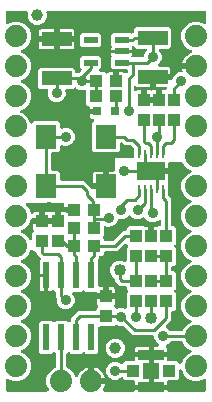
<source format=gbr>
G04 EAGLE Gerber RS-274X export*
G75*
%MOMM*%
%FSLAX34Y34*%
%LPD*%
%INTop Copper*%
%IPPOS*%
%AMOC8*
5,1,8,0,0,1.08239X$1,22.5*%
G01*
%ADD10R,2.380000X1.640000*%
%ADD11R,0.250000X0.800000*%
%ADD12R,1.200000X0.550000*%
%ADD13R,2.500000X1.200000*%
%ADD14R,1.100000X1.000000*%
%ADD15R,0.800000X0.800000*%
%ADD16R,1.000000X1.100000*%
%ADD17C,1.879600*%
%ADD18R,2.200000X0.850000*%
%ADD19R,1.050000X1.000000*%
%ADD20R,1.800000X2.000000*%
%ADD21R,0.609600X2.209800*%
%ADD22C,1.000000*%
%ADD23C,0.254000*%
%ADD24C,0.889000*%
%ADD25C,1.016000*%

G36*
X87748Y175276D02*
X87748Y175276D01*
X87867Y175283D01*
X87905Y175296D01*
X87945Y175301D01*
X88056Y175344D01*
X88169Y175381D01*
X88204Y175403D01*
X88241Y175418D01*
X88337Y175488D01*
X88438Y175551D01*
X88466Y175581D01*
X88498Y175605D01*
X88574Y175696D01*
X88656Y175783D01*
X88675Y175818D01*
X88701Y175849D01*
X88752Y175957D01*
X88809Y176061D01*
X88820Y176101D01*
X88837Y176137D01*
X88859Y176254D01*
X88889Y176369D01*
X88893Y176430D01*
X88897Y176450D01*
X88895Y176470D01*
X88899Y176530D01*
X88899Y177801D01*
X90170Y177801D01*
X90288Y177816D01*
X90407Y177823D01*
X90445Y177836D01*
X90485Y177841D01*
X90596Y177885D01*
X90709Y177921D01*
X90744Y177943D01*
X90781Y177958D01*
X90877Y178028D01*
X90978Y178091D01*
X91006Y178121D01*
X91038Y178145D01*
X91114Y178236D01*
X91196Y178323D01*
X91215Y178358D01*
X91241Y178390D01*
X91292Y178497D01*
X91349Y178601D01*
X91360Y178641D01*
X91377Y178677D01*
X91399Y178794D01*
X91429Y178909D01*
X91433Y178970D01*
X91437Y178990D01*
X91435Y179010D01*
X91439Y179070D01*
X91439Y190341D01*
X95250Y190341D01*
X95368Y190356D01*
X95487Y190363D01*
X95525Y190376D01*
X95566Y190381D01*
X95676Y190424D01*
X95789Y190461D01*
X95824Y190483D01*
X95861Y190498D01*
X95957Y190567D01*
X96058Y190631D01*
X96086Y190661D01*
X96119Y190684D01*
X96195Y190776D01*
X96276Y190863D01*
X96296Y190898D01*
X96321Y190929D01*
X96372Y191037D01*
X96430Y191141D01*
X96440Y191181D01*
X96457Y191217D01*
X96479Y191334D01*
X96509Y191449D01*
X96513Y191509D01*
X96517Y191529D01*
X96515Y191550D01*
X96519Y191610D01*
X96519Y201931D01*
X111412Y201931D01*
X111530Y201946D01*
X111649Y201953D01*
X111687Y201966D01*
X111728Y201971D01*
X111838Y202014D01*
X111951Y202051D01*
X111986Y202073D01*
X112023Y202088D01*
X112119Y202158D01*
X112220Y202221D01*
X112248Y202251D01*
X112281Y202274D01*
X112357Y202366D01*
X112438Y202453D01*
X112458Y202488D01*
X112483Y202519D01*
X112534Y202627D01*
X112592Y202731D01*
X112602Y202771D01*
X112619Y202807D01*
X112641Y202924D01*
X112671Y203039D01*
X112675Y203100D01*
X112679Y203120D01*
X112677Y203140D01*
X112681Y203200D01*
X112681Y209615D01*
X112669Y209714D01*
X112666Y209813D01*
X112649Y209871D01*
X112641Y209931D01*
X112605Y210023D01*
X112577Y210118D01*
X112547Y210170D01*
X112524Y210227D01*
X112466Y210307D01*
X112416Y210392D01*
X112350Y210467D01*
X112338Y210484D01*
X112328Y210492D01*
X112310Y210513D01*
X110343Y212480D01*
X110265Y212540D01*
X110192Y212608D01*
X110139Y212637D01*
X110092Y212674D01*
X110001Y212714D01*
X109914Y212762D01*
X109855Y212777D01*
X109800Y212801D01*
X109702Y212816D01*
X109606Y212841D01*
X109506Y212847D01*
X109486Y212851D01*
X109473Y212849D01*
X109445Y212851D01*
X104891Y212851D01*
X103115Y214627D01*
X103006Y214712D01*
X102899Y214801D01*
X102880Y214809D01*
X102864Y214822D01*
X102736Y214877D01*
X102611Y214936D01*
X102591Y214940D01*
X102572Y214948D01*
X102434Y214970D01*
X102298Y214996D01*
X102278Y214995D01*
X102258Y214998D01*
X102119Y214985D01*
X101981Y214976D01*
X101962Y214970D01*
X101942Y214968D01*
X101810Y214921D01*
X101679Y214878D01*
X101661Y214868D01*
X101642Y214861D01*
X101527Y214783D01*
X101410Y214708D01*
X101396Y214693D01*
X101379Y214682D01*
X101287Y214578D01*
X101192Y214477D01*
X101182Y214459D01*
X101169Y214444D01*
X101105Y214320D01*
X101038Y214198D01*
X101033Y214178D01*
X101024Y214160D01*
X100994Y214025D01*
X100959Y213890D01*
X100957Y213862D01*
X100954Y213850D01*
X100955Y213830D01*
X100949Y213729D01*
X100949Y208537D01*
X99163Y206751D01*
X78637Y206751D01*
X76851Y208537D01*
X76851Y231063D01*
X78381Y232593D01*
X78466Y232702D01*
X78555Y232809D01*
X78563Y232828D01*
X78576Y232844D01*
X78631Y232972D01*
X78690Y233097D01*
X78694Y233117D01*
X78702Y233136D01*
X78724Y233274D01*
X78750Y233410D01*
X78749Y233430D01*
X78752Y233450D01*
X78739Y233589D01*
X78730Y233727D01*
X78724Y233746D01*
X78722Y233766D01*
X78675Y233898D01*
X78632Y234029D01*
X78622Y234047D01*
X78615Y234066D01*
X78537Y234181D01*
X78462Y234298D01*
X78447Y234312D01*
X78436Y234329D01*
X78332Y234421D01*
X78231Y234516D01*
X78213Y234526D01*
X78198Y234539D01*
X78074Y234603D01*
X77952Y234670D01*
X77933Y234675D01*
X77914Y234684D01*
X77779Y234714D01*
X77644Y234749D01*
X77616Y234751D01*
X77604Y234754D01*
X77584Y234753D01*
X77483Y234759D01*
X77066Y234759D01*
X76419Y234932D01*
X75840Y235267D01*
X75367Y235740D01*
X75032Y236319D01*
X74859Y236966D01*
X74859Y239301D01*
X80670Y239301D01*
X80788Y239316D01*
X80907Y239323D01*
X80945Y239335D01*
X80985Y239341D01*
X81096Y239384D01*
X81209Y239421D01*
X81243Y239443D01*
X81281Y239458D01*
X81377Y239527D01*
X81478Y239591D01*
X81506Y239621D01*
X81538Y239644D01*
X81614Y239736D01*
X81696Y239823D01*
X81715Y239858D01*
X81741Y239889D01*
X81792Y239997D01*
X81849Y240101D01*
X81859Y240141D01*
X81877Y240177D01*
X81899Y240294D01*
X81929Y240409D01*
X81933Y240469D01*
X81936Y240489D01*
X81935Y240510D01*
X81939Y240570D01*
X81939Y242030D01*
X81924Y242148D01*
X81917Y242267D01*
X81904Y242305D01*
X81899Y242346D01*
X81855Y242456D01*
X81819Y242569D01*
X81797Y242604D01*
X81782Y242641D01*
X81712Y242737D01*
X81649Y242838D01*
X81619Y242866D01*
X81595Y242899D01*
X81504Y242975D01*
X81417Y243056D01*
X81382Y243076D01*
X81350Y243101D01*
X81243Y243152D01*
X81138Y243210D01*
X81099Y243220D01*
X81063Y243237D01*
X80946Y243259D01*
X80830Y243289D01*
X80770Y243293D01*
X80750Y243297D01*
X80730Y243295D01*
X80670Y243299D01*
X74859Y243299D01*
X74859Y244682D01*
X74844Y244800D01*
X74837Y244919D01*
X74824Y244957D01*
X74819Y244998D01*
X74776Y245108D01*
X74739Y245221D01*
X74717Y245256D01*
X74702Y245293D01*
X74633Y245389D01*
X74569Y245490D01*
X74539Y245518D01*
X74516Y245551D01*
X74424Y245627D01*
X74337Y245708D01*
X74302Y245728D01*
X74271Y245753D01*
X74163Y245804D01*
X74059Y245862D01*
X74019Y245872D01*
X73983Y245889D01*
X73866Y245911D01*
X73751Y245941D01*
X73691Y245945D01*
X73671Y245949D01*
X73650Y245947D01*
X73640Y245948D01*
X71851Y247737D01*
X71851Y258044D01*
X71845Y258094D01*
X71847Y258143D01*
X71825Y258251D01*
X71811Y258360D01*
X71793Y258406D01*
X71783Y258455D01*
X71735Y258553D01*
X71694Y258656D01*
X71665Y258696D01*
X71643Y258740D01*
X71572Y258824D01*
X71508Y258913D01*
X71469Y258945D01*
X71437Y258982D01*
X71347Y259046D01*
X71263Y259116D01*
X71218Y259137D01*
X71177Y259166D01*
X71074Y259205D01*
X70975Y259251D01*
X70926Y259261D01*
X70880Y259278D01*
X70770Y259290D01*
X70663Y259311D01*
X70613Y259308D01*
X70563Y259313D01*
X70455Y259298D01*
X70345Y259291D01*
X70298Y259276D01*
X70249Y259269D01*
X70096Y259217D01*
X70071Y259206D01*
X67089Y259206D01*
X64335Y260347D01*
X63514Y261168D01*
X63421Y261241D01*
X63331Y261320D01*
X63295Y261338D01*
X63263Y261363D01*
X63154Y261410D01*
X63048Y261464D01*
X63008Y261473D01*
X62971Y261489D01*
X62853Y261508D01*
X62738Y261534D01*
X62697Y261533D01*
X62657Y261539D01*
X62539Y261528D01*
X62420Y261524D01*
X62381Y261513D01*
X62341Y261509D01*
X62229Y261469D01*
X62114Y261436D01*
X62079Y261415D01*
X62041Y261402D01*
X61943Y261335D01*
X61840Y261274D01*
X61795Y261234D01*
X61778Y261223D01*
X61765Y261208D01*
X61719Y261168D01*
X60753Y260201D01*
X55484Y260201D01*
X55435Y260195D01*
X55385Y260197D01*
X55278Y260175D01*
X55169Y260161D01*
X55122Y260143D01*
X55074Y260133D01*
X54975Y260085D01*
X54873Y260044D01*
X54833Y260015D01*
X54788Y259993D01*
X54704Y259922D01*
X54616Y259858D01*
X54584Y259819D01*
X54546Y259787D01*
X54483Y259697D01*
X54413Y259613D01*
X54392Y259568D01*
X54363Y259527D01*
X54324Y259424D01*
X54277Y259325D01*
X54268Y259276D01*
X54250Y259230D01*
X54238Y259120D01*
X54217Y259013D01*
X54221Y258963D01*
X54215Y258914D01*
X54230Y258805D01*
X54237Y258695D01*
X54253Y258648D01*
X54259Y258599D01*
X54312Y258446D01*
X54484Y258031D01*
X54484Y255049D01*
X53343Y252295D01*
X51235Y250187D01*
X48481Y249046D01*
X45499Y249046D01*
X42745Y250187D01*
X40637Y252295D01*
X39496Y255049D01*
X39496Y258031D01*
X39668Y258446D01*
X39682Y258494D01*
X39703Y258539D01*
X39723Y258647D01*
X39752Y258753D01*
X39753Y258803D01*
X39763Y258852D01*
X39756Y258961D01*
X39757Y259071D01*
X39746Y259119D01*
X39743Y259169D01*
X39709Y259273D01*
X39683Y259380D01*
X39660Y259424D01*
X39645Y259471D01*
X39586Y259564D01*
X39535Y259661D01*
X39501Y259698D01*
X39475Y259740D01*
X39395Y259815D01*
X39321Y259897D01*
X39279Y259924D01*
X39243Y259958D01*
X39147Y260011D01*
X39055Y260071D01*
X39008Y260088D01*
X38964Y260112D01*
X38858Y260139D01*
X38754Y260175D01*
X38705Y260179D01*
X38657Y260191D01*
X38496Y260201D01*
X33227Y260201D01*
X31441Y261987D01*
X31441Y276513D01*
X33227Y278299D01*
X60753Y278299D01*
X62539Y276513D01*
X62539Y274838D01*
X62554Y274720D01*
X62561Y274601D01*
X62574Y274563D01*
X62579Y274522D01*
X62622Y274412D01*
X62659Y274299D01*
X62681Y274264D01*
X62696Y274227D01*
X62765Y274131D01*
X62829Y274030D01*
X62859Y274002D01*
X62882Y273969D01*
X62974Y273893D01*
X63061Y273812D01*
X63096Y273792D01*
X63127Y273767D01*
X63235Y273716D01*
X63339Y273658D01*
X63379Y273648D01*
X63415Y273631D01*
X63532Y273609D01*
X63647Y273579D01*
X63707Y273575D01*
X63727Y273571D01*
X63748Y273573D01*
X63808Y273569D01*
X65005Y273569D01*
X65104Y273581D01*
X65203Y273584D01*
X65261Y273601D01*
X65321Y273609D01*
X65413Y273645D01*
X65508Y273673D01*
X65560Y273703D01*
X65617Y273726D01*
X65697Y273784D01*
X65782Y273834D01*
X65857Y273900D01*
X65874Y273912D01*
X65882Y273922D01*
X65903Y273940D01*
X67802Y275840D01*
X67875Y275934D01*
X67954Y276023D01*
X67973Y276059D01*
X67997Y276091D01*
X68045Y276201D01*
X68099Y276307D01*
X68108Y276346D01*
X68124Y276383D01*
X68142Y276501D01*
X68168Y276617D01*
X68167Y276657D01*
X68174Y276697D01*
X68162Y276816D01*
X68159Y276935D01*
X68148Y276974D01*
X68144Y277014D01*
X68103Y277126D01*
X68070Y277240D01*
X68050Y277275D01*
X68036Y277313D01*
X67969Y277412D01*
X67909Y277514D01*
X67869Y277559D01*
X67858Y277576D01*
X67842Y277590D01*
X67802Y277635D01*
X66850Y278587D01*
X66850Y286613D01*
X68636Y288399D01*
X83162Y288399D01*
X84948Y286613D01*
X84948Y278587D01*
X83276Y276915D01*
X83191Y276806D01*
X83102Y276699D01*
X83094Y276680D01*
X83081Y276664D01*
X83026Y276536D01*
X82967Y276411D01*
X82963Y276391D01*
X82955Y276372D01*
X82933Y276234D01*
X82907Y276098D01*
X82908Y276078D01*
X82905Y276058D01*
X82918Y275919D01*
X82927Y275781D01*
X82933Y275762D01*
X82935Y275742D01*
X82982Y275610D01*
X83025Y275479D01*
X83035Y275461D01*
X83042Y275442D01*
X83120Y275327D01*
X83195Y275210D01*
X83210Y275196D01*
X83221Y275179D01*
X83325Y275087D01*
X83426Y274992D01*
X83444Y274982D01*
X83459Y274969D01*
X83583Y274905D01*
X83705Y274838D01*
X83724Y274833D01*
X83743Y274824D01*
X83878Y274794D01*
X84013Y274759D01*
X84041Y274757D01*
X84053Y274754D01*
X84073Y274755D01*
X84174Y274749D01*
X87163Y274749D01*
X88362Y273550D01*
X88456Y273477D01*
X88545Y273398D01*
X88581Y273380D01*
X88613Y273355D01*
X88722Y273308D01*
X88828Y273253D01*
X88868Y273245D01*
X88905Y273229D01*
X89023Y273210D01*
X89139Y273184D01*
X89179Y273185D01*
X89219Y273179D01*
X89338Y273190D01*
X89456Y273193D01*
X89495Y273205D01*
X89536Y273209D01*
X89648Y273249D01*
X89762Y273282D01*
X89797Y273302D01*
X89835Y273316D01*
X89933Y273383D01*
X90036Y273443D01*
X90081Y273483D01*
X90098Y273495D01*
X90111Y273510D01*
X90157Y273550D01*
X90340Y273733D01*
X90919Y274068D01*
X91566Y274241D01*
X94901Y274241D01*
X94901Y267930D01*
X94916Y267812D01*
X94923Y267693D01*
X94935Y267655D01*
X94941Y267615D01*
X94984Y267504D01*
X95021Y267391D01*
X95043Y267357D01*
X95058Y267319D01*
X95127Y267223D01*
X95191Y267122D01*
X95221Y267094D01*
X95244Y267062D01*
X95336Y266986D01*
X95423Y266904D01*
X95458Y266885D01*
X95489Y266859D01*
X95597Y266808D01*
X95701Y266751D01*
X95741Y266741D01*
X95777Y266723D01*
X95894Y266701D01*
X96009Y266671D01*
X96069Y266667D01*
X96089Y266664D01*
X96110Y266665D01*
X96170Y266661D01*
X98630Y266661D01*
X98748Y266676D01*
X98867Y266683D01*
X98905Y266696D01*
X98946Y266701D01*
X99056Y266745D01*
X99169Y266781D01*
X99204Y266803D01*
X99241Y266818D01*
X99337Y266888D01*
X99438Y266951D01*
X99466Y266981D01*
X99499Y267005D01*
X99575Y267096D01*
X99656Y267183D01*
X99676Y267218D01*
X99701Y267250D01*
X99752Y267357D01*
X99810Y267462D01*
X99820Y267501D01*
X99837Y267537D01*
X99859Y267654D01*
X99889Y267770D01*
X99893Y267830D01*
X99897Y267850D01*
X99895Y267870D01*
X99899Y267930D01*
X99899Y274241D01*
X103234Y274241D01*
X103881Y274068D01*
X104460Y273733D01*
X104500Y273693D01*
X104594Y273620D01*
X104684Y273541D01*
X104719Y273523D01*
X104751Y273498D01*
X104861Y273451D01*
X104967Y273397D01*
X105006Y273388D01*
X105043Y273372D01*
X105161Y273353D01*
X105277Y273327D01*
X105317Y273328D01*
X105357Y273322D01*
X105476Y273333D01*
X105595Y273337D01*
X105634Y273348D01*
X105674Y273352D01*
X105786Y273392D01*
X105900Y273425D01*
X105935Y273445D01*
X105973Y273459D01*
X106072Y273526D01*
X106174Y273586D01*
X106181Y273592D01*
X106230Y273599D01*
X106271Y273615D01*
X106315Y273623D01*
X106419Y273673D01*
X106526Y273716D01*
X106562Y273742D01*
X106601Y273761D01*
X106731Y273856D01*
X106988Y274072D01*
X107092Y274184D01*
X107198Y274297D01*
X107201Y274302D01*
X107204Y274306D01*
X107277Y274440D01*
X107352Y274576D01*
X107353Y274581D01*
X107355Y274585D01*
X107393Y274734D01*
X107431Y274883D01*
X107432Y274891D01*
X107432Y274894D01*
X107432Y274903D01*
X107441Y275044D01*
X107441Y275532D01*
X107426Y275650D01*
X107419Y275769D01*
X107406Y275807D01*
X107401Y275848D01*
X107358Y275958D01*
X107321Y276071D01*
X107299Y276106D01*
X107284Y276143D01*
X107215Y276239D01*
X107151Y276340D01*
X107121Y276368D01*
X107098Y276401D01*
X107006Y276477D01*
X106919Y276558D01*
X106884Y276578D01*
X106853Y276603D01*
X106745Y276654D01*
X106641Y276712D01*
X106601Y276722D01*
X106565Y276739D01*
X106448Y276761D01*
X106333Y276791D01*
X106273Y276795D01*
X106253Y276799D01*
X106232Y276797D01*
X106172Y276801D01*
X94638Y276801D01*
X92852Y278587D01*
X92852Y286613D01*
X93242Y287003D01*
X93307Y287087D01*
X93379Y287164D01*
X93404Y287212D01*
X93437Y287254D01*
X93479Y287351D01*
X93529Y287444D01*
X93542Y287497D01*
X93564Y287546D01*
X93580Y287651D01*
X93606Y287753D01*
X93605Y287807D01*
X93614Y287860D01*
X93604Y287966D01*
X93603Y288071D01*
X93586Y288155D01*
X93584Y288177D01*
X93579Y288192D01*
X93571Y288229D01*
X93360Y289016D01*
X93360Y290726D01*
X101796Y290726D01*
X101866Y290735D01*
X101906Y290732D01*
X101926Y290728D01*
X101946Y290730D01*
X102006Y290726D01*
X110442Y290726D01*
X110442Y289016D01*
X110308Y288517D01*
X110291Y288392D01*
X110267Y288268D01*
X110269Y288235D01*
X110265Y288201D01*
X110279Y288076D01*
X110287Y287951D01*
X110297Y287919D01*
X110301Y287886D01*
X110346Y287768D01*
X110385Y287649D01*
X110403Y287620D01*
X110415Y287589D01*
X110488Y287486D01*
X110555Y287380D01*
X110580Y287357D01*
X110599Y287329D01*
X110695Y287248D01*
X110787Y287162D01*
X110816Y287146D01*
X110842Y287124D01*
X110955Y287069D01*
X111065Y287008D01*
X111098Y287000D01*
X111128Y286985D01*
X111252Y286960D01*
X111373Y286929D01*
X111422Y286926D01*
X111440Y286922D01*
X111462Y286923D01*
X111534Y286919D01*
X119507Y286919D01*
X119625Y286934D01*
X119744Y286941D01*
X119782Y286954D01*
X119823Y286959D01*
X119933Y287002D01*
X120046Y287039D01*
X120081Y287061D01*
X120118Y287076D01*
X120214Y287145D01*
X120315Y287209D01*
X120343Y287239D01*
X120376Y287262D01*
X120452Y287354D01*
X120533Y287441D01*
X120553Y287476D01*
X120578Y287507D01*
X120629Y287615D01*
X120687Y287719D01*
X120697Y287759D01*
X120714Y287795D01*
X120736Y287912D01*
X120766Y288027D01*
X120770Y288087D01*
X120774Y288107D01*
X120772Y288128D01*
X120773Y288141D01*
X120774Y288144D01*
X120774Y288146D01*
X120776Y288188D01*
X120776Y288511D01*
X121917Y291265D01*
X122957Y292305D01*
X123042Y292414D01*
X123131Y292521D01*
X123139Y292540D01*
X123152Y292556D01*
X123207Y292683D01*
X123266Y292809D01*
X123270Y292829D01*
X123278Y292848D01*
X123300Y292986D01*
X123326Y293122D01*
X123325Y293142D01*
X123328Y293162D01*
X123315Y293301D01*
X123306Y293439D01*
X123300Y293458D01*
X123298Y293478D01*
X123251Y293610D01*
X123208Y293741D01*
X123197Y293759D01*
X123191Y293778D01*
X123112Y293893D01*
X123038Y294010D01*
X123023Y294024D01*
X123012Y294041D01*
X122908Y294133D01*
X122806Y294228D01*
X122789Y294238D01*
X122774Y294251D01*
X122650Y294314D01*
X122528Y294382D01*
X122508Y294387D01*
X122490Y294396D01*
X122354Y294426D01*
X122220Y294461D01*
X122192Y294463D01*
X122180Y294466D01*
X122160Y294465D01*
X122059Y294471D01*
X114507Y294471D01*
X112564Y296414D01*
X112449Y296504D01*
X112336Y296595D01*
X112324Y296601D01*
X112313Y296609D01*
X112179Y296667D01*
X112047Y296728D01*
X112033Y296730D01*
X112021Y296736D01*
X111877Y296758D01*
X111734Y296784D01*
X111720Y296783D01*
X111707Y296785D01*
X111562Y296772D01*
X111417Y296761D01*
X111404Y296757D01*
X111390Y296756D01*
X111253Y296706D01*
X111115Y296660D01*
X111104Y296653D01*
X111091Y296648D01*
X110970Y296566D01*
X110848Y296487D01*
X110839Y296477D01*
X110828Y296469D01*
X110731Y296360D01*
X110633Y296253D01*
X110626Y296241D01*
X110617Y296231D01*
X110551Y296101D01*
X110482Y295973D01*
X110479Y295960D01*
X110473Y295948D01*
X110441Y295805D01*
X110406Y295664D01*
X110406Y295651D01*
X110403Y295637D01*
X110408Y295491D01*
X110409Y295346D01*
X110413Y295328D01*
X110413Y295320D01*
X110418Y295303D01*
X110441Y295188D01*
X110442Y295184D01*
X110442Y293474D01*
X102006Y293474D01*
X101936Y293465D01*
X101896Y293468D01*
X101876Y293472D01*
X101856Y293470D01*
X101796Y293474D01*
X93360Y293474D01*
X93360Y295184D01*
X93571Y295971D01*
X93585Y296076D01*
X93609Y296179D01*
X93607Y296233D01*
X93614Y296286D01*
X93602Y296391D01*
X93599Y296497D01*
X93584Y296548D01*
X93578Y296602D01*
X93540Y296701D01*
X93510Y296802D01*
X93483Y296849D01*
X93464Y296899D01*
X93403Y296985D01*
X93349Y297076D01*
X93292Y297140D01*
X93280Y297158D01*
X93268Y297168D01*
X93242Y297197D01*
X92852Y297587D01*
X92852Y305613D01*
X94638Y307399D01*
X109186Y307399D01*
X109263Y307331D01*
X109299Y307312D01*
X109331Y307288D01*
X109441Y307240D01*
X109547Y307186D01*
X109586Y307177D01*
X109623Y307161D01*
X109741Y307143D01*
X109857Y307117D01*
X109897Y307118D01*
X109937Y307111D01*
X110056Y307123D01*
X110175Y307126D01*
X110214Y307137D01*
X110254Y307141D01*
X110366Y307182D01*
X110480Y307215D01*
X110515Y307235D01*
X110553Y307249D01*
X110652Y307316D01*
X110754Y307376D01*
X110799Y307416D01*
X110816Y307427D01*
X110830Y307443D01*
X110875Y307483D01*
X111241Y307849D01*
X111452Y307849D01*
X111570Y307864D01*
X111689Y307871D01*
X111727Y307884D01*
X111768Y307889D01*
X111878Y307932D01*
X111991Y307969D01*
X112026Y307991D01*
X112063Y308006D01*
X112159Y308075D01*
X112260Y308139D01*
X112288Y308169D01*
X112321Y308192D01*
X112397Y308284D01*
X112478Y308371D01*
X112498Y308406D01*
X112523Y308437D01*
X112574Y308545D01*
X112632Y308649D01*
X112642Y308689D01*
X112659Y308725D01*
X112681Y308842D01*
X112711Y308957D01*
X112715Y309017D01*
X112719Y309037D01*
X112717Y309058D01*
X112721Y309118D01*
X112721Y310783D01*
X114507Y312569D01*
X142033Y312569D01*
X143819Y310783D01*
X143819Y296257D01*
X142033Y294471D01*
X134481Y294471D01*
X134343Y294454D01*
X134204Y294441D01*
X134185Y294434D01*
X134165Y294431D01*
X134036Y294380D01*
X133905Y294333D01*
X133888Y294322D01*
X133869Y294314D01*
X133757Y294233D01*
X133642Y294155D01*
X133629Y294139D01*
X133612Y294128D01*
X133523Y294020D01*
X133431Y293916D01*
X133422Y293898D01*
X133409Y293883D01*
X133350Y293757D01*
X133287Y293633D01*
X133282Y293613D01*
X133274Y293595D01*
X133248Y293458D01*
X133217Y293323D01*
X133218Y293302D01*
X133214Y293283D01*
X133223Y293144D01*
X133227Y293005D01*
X133232Y292985D01*
X133234Y292965D01*
X133277Y292833D01*
X133315Y292699D01*
X133326Y292682D01*
X133332Y292663D01*
X133406Y292545D01*
X133477Y292425D01*
X133495Y292404D01*
X133502Y292394D01*
X133517Y292380D01*
X133583Y292305D01*
X134623Y291265D01*
X135764Y288511D01*
X135764Y285529D01*
X134623Y282775D01*
X133075Y281227D01*
X132990Y281117D01*
X132901Y281011D01*
X132893Y280992D01*
X132880Y280976D01*
X132825Y280849D01*
X132766Y280723D01*
X132762Y280703D01*
X132754Y280684D01*
X132732Y280547D01*
X132706Y280410D01*
X132707Y280390D01*
X132704Y280370D01*
X132717Y280231D01*
X132726Y280093D01*
X132732Y280074D01*
X132734Y280054D01*
X132781Y279922D01*
X132824Y279791D01*
X132835Y279773D01*
X132841Y279754D01*
X132920Y279639D01*
X132994Y279522D01*
X133009Y279508D01*
X133020Y279491D01*
X133124Y279399D01*
X133226Y279304D01*
X133243Y279294D01*
X133258Y279281D01*
X133382Y279217D01*
X133504Y279150D01*
X133524Y279145D01*
X133542Y279136D01*
X133678Y279106D01*
X133812Y279071D01*
X133840Y279069D01*
X133852Y279066D01*
X133872Y279067D01*
X133973Y279061D01*
X141104Y279061D01*
X141751Y278888D01*
X142330Y278553D01*
X142803Y278080D01*
X143138Y277501D01*
X143311Y276854D01*
X143311Y273059D01*
X129540Y273059D01*
X129422Y273044D01*
X129303Y273037D01*
X129265Y273024D01*
X129225Y273019D01*
X129114Y272975D01*
X129001Y272939D01*
X128966Y272917D01*
X128929Y272902D01*
X128833Y272832D01*
X128732Y272769D01*
X128704Y272739D01*
X128672Y272715D01*
X128596Y272624D01*
X128514Y272537D01*
X128495Y272502D01*
X128469Y272470D01*
X128418Y272363D01*
X128361Y272259D01*
X128350Y272219D01*
X128333Y272183D01*
X128311Y272066D01*
X128281Y271951D01*
X128277Y271890D01*
X128273Y271870D01*
X128275Y271850D01*
X128271Y271790D01*
X128271Y270519D01*
X127000Y270519D01*
X126882Y270504D01*
X126763Y270497D01*
X126725Y270484D01*
X126685Y270479D01*
X126574Y270435D01*
X126461Y270399D01*
X126426Y270377D01*
X126389Y270362D01*
X126293Y270292D01*
X126192Y270229D01*
X126164Y270199D01*
X126131Y270175D01*
X126056Y270084D01*
X125974Y269997D01*
X125954Y269962D01*
X125929Y269930D01*
X125878Y269823D01*
X125820Y269719D01*
X125810Y269679D01*
X125793Y269643D01*
X125771Y269526D01*
X125741Y269411D01*
X125737Y269350D01*
X125733Y269330D01*
X125735Y269310D01*
X125731Y269250D01*
X125731Y261979D01*
X115436Y261979D01*
X114789Y262152D01*
X114173Y262508D01*
X114050Y262560D01*
X113931Y262616D01*
X113904Y262621D01*
X113879Y262632D01*
X113748Y262651D01*
X113618Y262676D01*
X113592Y262674D01*
X113565Y262678D01*
X113433Y262664D01*
X113301Y262656D01*
X113275Y262648D01*
X113249Y262645D01*
X113124Y262599D01*
X112999Y262558D01*
X112976Y262544D01*
X112950Y262534D01*
X112841Y262459D01*
X112730Y262388D01*
X112711Y262368D01*
X112689Y262353D01*
X112603Y262253D01*
X112512Y262156D01*
X112499Y262133D01*
X112481Y262112D01*
X112422Y261994D01*
X112358Y261878D01*
X112352Y261852D01*
X112340Y261828D01*
X112312Y261698D01*
X112279Y261570D01*
X112277Y261532D01*
X112273Y261517D01*
X112274Y261495D01*
X112269Y261409D01*
X112269Y259750D01*
X112285Y259619D01*
X112296Y259487D01*
X112305Y259461D01*
X112309Y259434D01*
X112357Y259311D01*
X112401Y259186D01*
X112416Y259164D01*
X112426Y259139D01*
X112503Y259032D01*
X112577Y258921D01*
X112597Y258903D01*
X112612Y258881D01*
X112714Y258797D01*
X112813Y258708D01*
X112837Y258696D01*
X112857Y258679D01*
X112977Y258622D01*
X113094Y258561D01*
X113121Y258555D01*
X113145Y258543D01*
X113275Y258518D01*
X113404Y258488D01*
X113431Y258488D01*
X113457Y258483D01*
X113589Y258492D01*
X113722Y258494D01*
X113748Y258501D01*
X113775Y258503D01*
X113901Y258544D01*
X114028Y258579D01*
X114063Y258596D01*
X114077Y258601D01*
X114096Y258613D01*
X114173Y258651D01*
X114669Y258938D01*
X115316Y259111D01*
X118151Y259111D01*
X118151Y252300D01*
X118166Y252182D01*
X118173Y252063D01*
X118185Y252025D01*
X118191Y251985D01*
X118234Y251874D01*
X118271Y251761D01*
X118293Y251727D01*
X118308Y251689D01*
X118377Y251593D01*
X118441Y251492D01*
X118471Y251464D01*
X118494Y251432D01*
X118586Y251356D01*
X118673Y251274D01*
X118708Y251255D01*
X118739Y251229D01*
X118847Y251178D01*
X118951Y251121D01*
X118991Y251111D01*
X119027Y251093D01*
X119144Y251071D01*
X119259Y251041D01*
X119319Y251037D01*
X119339Y251034D01*
X119360Y251035D01*
X119420Y251031D01*
X120611Y251031D01*
X120611Y249840D01*
X120626Y249722D01*
X120633Y249603D01*
X120646Y249565D01*
X120651Y249524D01*
X120695Y249414D01*
X120731Y249301D01*
X120753Y249266D01*
X120768Y249229D01*
X120838Y249132D01*
X120901Y249032D01*
X120931Y249004D01*
X120955Y248971D01*
X121046Y248895D01*
X121133Y248814D01*
X121168Y248794D01*
X121200Y248769D01*
X121307Y248718D01*
X121412Y248660D01*
X121451Y248650D01*
X121487Y248633D01*
X121604Y248611D01*
X121720Y248581D01*
X121780Y248577D01*
X121800Y248573D01*
X121820Y248575D01*
X121880Y248571D01*
X132120Y248571D01*
X132238Y248586D01*
X132357Y248593D01*
X132395Y248605D01*
X132435Y248611D01*
X132546Y248654D01*
X132659Y248691D01*
X132693Y248713D01*
X132731Y248728D01*
X132827Y248797D01*
X132928Y248861D01*
X132956Y248891D01*
X132988Y248914D01*
X133064Y249006D01*
X133146Y249093D01*
X133165Y249128D01*
X133191Y249159D01*
X133242Y249267D01*
X133299Y249371D01*
X133309Y249411D01*
X133327Y249447D01*
X133349Y249564D01*
X133379Y249679D01*
X133383Y249739D01*
X133386Y249759D01*
X133385Y249780D01*
X133389Y249840D01*
X133389Y251031D01*
X134580Y251031D01*
X134698Y251046D01*
X134817Y251053D01*
X134855Y251066D01*
X134896Y251071D01*
X135006Y251115D01*
X135119Y251151D01*
X135154Y251173D01*
X135191Y251188D01*
X135287Y251258D01*
X135388Y251321D01*
X135416Y251351D01*
X135449Y251375D01*
X135525Y251466D01*
X135606Y251553D01*
X135626Y251588D01*
X135651Y251620D01*
X135702Y251727D01*
X135760Y251832D01*
X135770Y251871D01*
X135787Y251907D01*
X135809Y252024D01*
X135839Y252140D01*
X135843Y252200D01*
X135847Y252220D01*
X135845Y252240D01*
X135849Y252300D01*
X135849Y259111D01*
X138753Y259111D01*
X138852Y259123D01*
X138951Y259126D01*
X139009Y259143D01*
X139069Y259151D01*
X139161Y259187D01*
X139256Y259215D01*
X139308Y259245D01*
X139365Y259268D01*
X139445Y259326D01*
X139530Y259376D01*
X139605Y259442D01*
X139622Y259454D01*
X139630Y259464D01*
X139651Y259482D01*
X139981Y259812D01*
X140066Y259922D01*
X140155Y260029D01*
X140163Y260048D01*
X140176Y260064D01*
X140231Y260192D01*
X140290Y260317D01*
X140294Y260337D01*
X140302Y260356D01*
X140324Y260493D01*
X140350Y260630D01*
X140349Y260650D01*
X140352Y260670D01*
X140339Y260808D01*
X140330Y260947D01*
X140324Y260966D01*
X140322Y260986D01*
X140275Y261117D01*
X140232Y261249D01*
X140222Y261267D01*
X140215Y261286D01*
X140137Y261401D01*
X140062Y261518D01*
X140047Y261532D01*
X140036Y261549D01*
X139932Y261641D01*
X139831Y261736D01*
X139813Y261746D01*
X139798Y261759D01*
X139674Y261822D01*
X139552Y261890D01*
X139532Y261895D01*
X139514Y261904D01*
X139379Y261934D01*
X139244Y261969D01*
X139216Y261971D01*
X139204Y261974D01*
X139184Y261973D01*
X139083Y261979D01*
X130809Y261979D01*
X130809Y267981D01*
X143971Y267981D01*
X144001Y267984D01*
X144030Y267982D01*
X144158Y268004D01*
X144287Y268021D01*
X144314Y268031D01*
X144343Y268037D01*
X144462Y268090D01*
X144583Y268138D01*
X144606Y268155D01*
X144633Y268167D01*
X144735Y268248D01*
X144840Y268325D01*
X144859Y268347D01*
X144882Y268366D01*
X144960Y268469D01*
X145043Y268569D01*
X145055Y268596D01*
X145073Y268620D01*
X145144Y268764D01*
X146047Y270945D01*
X148155Y273053D01*
X150909Y274194D01*
X152492Y274194D01*
X152658Y274215D01*
X152806Y274233D01*
X152807Y274234D01*
X152965Y274296D01*
X153102Y274350D01*
X153103Y274351D01*
X153222Y274437D01*
X153360Y274537D01*
X153457Y274655D01*
X153563Y274782D01*
X153615Y274894D01*
X153698Y275069D01*
X153698Y275070D01*
X153721Y275188D01*
X153758Y275382D01*
X153749Y275523D01*
X153739Y275699D01*
X153738Y275700D01*
X153738Y275701D01*
X153699Y275855D01*
X153455Y276604D01*
X153415Y276861D01*
X163830Y276861D01*
X163948Y276876D01*
X164067Y276883D01*
X164105Y276896D01*
X164145Y276901D01*
X164256Y276944D01*
X164369Y276981D01*
X164403Y277003D01*
X164441Y277018D01*
X164537Y277088D01*
X164638Y277151D01*
X164666Y277181D01*
X164698Y277204D01*
X164774Y277296D01*
X164856Y277383D01*
X164875Y277418D01*
X164901Y277449D01*
X164952Y277557D01*
X165009Y277661D01*
X165020Y277701D01*
X165037Y277737D01*
X165059Y277854D01*
X165089Y277969D01*
X165093Y278030D01*
X165097Y278050D01*
X165095Y278070D01*
X165099Y278130D01*
X165099Y280670D01*
X165084Y280788D01*
X165077Y280907D01*
X165064Y280945D01*
X165059Y280985D01*
X165015Y281096D01*
X164979Y281209D01*
X164957Y281244D01*
X164942Y281281D01*
X164872Y281377D01*
X164809Y281478D01*
X164779Y281506D01*
X164755Y281539D01*
X164664Y281614D01*
X164577Y281696D01*
X164542Y281716D01*
X164510Y281741D01*
X164403Y281792D01*
X164298Y281850D01*
X164259Y281860D01*
X164223Y281877D01*
X164106Y281899D01*
X163991Y281929D01*
X163930Y281933D01*
X163910Y281937D01*
X163890Y281935D01*
X163830Y281939D01*
X153415Y281939D01*
X153455Y282196D01*
X154036Y283983D01*
X154889Y285657D01*
X155994Y287178D01*
X157322Y288506D01*
X158843Y289611D01*
X160517Y290464D01*
X160982Y290615D01*
X161009Y290628D01*
X161038Y290635D01*
X161153Y290695D01*
X161270Y290750D01*
X161293Y290769D01*
X161319Y290783D01*
X161415Y290871D01*
X161515Y290953D01*
X161532Y290977D01*
X161554Y290997D01*
X161626Y291106D01*
X161702Y291210D01*
X161713Y291238D01*
X161729Y291263D01*
X161771Y291386D01*
X161819Y291506D01*
X161823Y291536D01*
X161832Y291564D01*
X161843Y291693D01*
X161859Y291821D01*
X161855Y291851D01*
X161858Y291881D01*
X161835Y292009D01*
X161819Y292137D01*
X161808Y292165D01*
X161803Y292194D01*
X161750Y292312D01*
X161702Y292433D01*
X161685Y292457D01*
X161673Y292484D01*
X161592Y292585D01*
X161516Y292690D01*
X161493Y292709D01*
X161474Y292733D01*
X161371Y292810D01*
X161271Y292893D01*
X161244Y292906D01*
X161220Y292924D01*
X161075Y292995D01*
X158050Y294248D01*
X154548Y297750D01*
X152653Y302324D01*
X152653Y307276D01*
X154548Y311850D01*
X158050Y315352D01*
X162624Y317247D01*
X167576Y317247D01*
X171980Y315422D01*
X172028Y315409D01*
X172073Y315388D01*
X172181Y315367D01*
X172287Y315338D01*
X172337Y315338D01*
X172386Y315328D01*
X172495Y315335D01*
X172605Y315333D01*
X172653Y315345D01*
X172703Y315348D01*
X172807Y315382D01*
X172914Y315407D01*
X172958Y315431D01*
X173005Y315446D01*
X173098Y315505D01*
X173195Y315556D01*
X173232Y315590D01*
X173274Y315616D01*
X173349Y315696D01*
X173431Y315770D01*
X173458Y315812D01*
X173492Y315848D01*
X173545Y315944D01*
X173605Y316036D01*
X173622Y316083D01*
X173646Y316126D01*
X173673Y316233D01*
X173709Y316337D01*
X173713Y316386D01*
X173725Y316434D01*
X173735Y316595D01*
X173735Y324866D01*
X173720Y324984D01*
X173713Y325103D01*
X173700Y325141D01*
X173695Y325182D01*
X173652Y325292D01*
X173615Y325405D01*
X173593Y325440D01*
X173578Y325477D01*
X173509Y325573D01*
X173445Y325674D01*
X173415Y325702D01*
X173392Y325735D01*
X173300Y325811D01*
X173213Y325892D01*
X173178Y325912D01*
X173147Y325937D01*
X173039Y325988D01*
X172935Y326046D01*
X172895Y326056D01*
X172859Y326073D01*
X172742Y326095D01*
X172627Y326125D01*
X172567Y326129D01*
X172547Y326133D01*
X172526Y326131D01*
X172466Y326135D01*
X39619Y326135D01*
X39569Y326129D01*
X39520Y326131D01*
X39412Y326109D01*
X39303Y326095D01*
X39257Y326077D01*
X39208Y326067D01*
X39110Y326019D01*
X39008Y325978D01*
X38967Y325949D01*
X38923Y325927D01*
X38839Y325856D01*
X38750Y325792D01*
X38719Y325753D01*
X38681Y325721D01*
X38617Y325631D01*
X38547Y325547D01*
X38526Y325502D01*
X38498Y325461D01*
X38459Y325358D01*
X38412Y325259D01*
X38403Y325210D01*
X38385Y325164D01*
X38373Y325054D01*
X38352Y324947D01*
X38355Y324897D01*
X38350Y324847D01*
X38365Y324739D01*
X38372Y324629D01*
X38387Y324582D01*
X38394Y324533D01*
X38446Y324380D01*
X38529Y324181D01*
X38529Y320979D01*
X37303Y318021D01*
X35039Y315757D01*
X32081Y314531D01*
X28879Y314531D01*
X25921Y315757D01*
X23657Y318021D01*
X22431Y320979D01*
X22431Y324181D01*
X22514Y324380D01*
X22527Y324428D01*
X22548Y324473D01*
X22569Y324581D01*
X22598Y324687D01*
X22599Y324737D01*
X22608Y324786D01*
X22601Y324895D01*
X22603Y325005D01*
X22591Y325053D01*
X22588Y325103D01*
X22554Y325207D01*
X22529Y325314D01*
X22505Y325358D01*
X22490Y325405D01*
X22431Y325498D01*
X22380Y325595D01*
X22347Y325632D01*
X22320Y325674D01*
X22240Y325749D01*
X22166Y325831D01*
X22125Y325858D01*
X22088Y325892D01*
X21992Y325945D01*
X21900Y326005D01*
X21853Y326022D01*
X21810Y326046D01*
X21704Y326073D01*
X21600Y326109D01*
X21550Y326113D01*
X21502Y326125D01*
X21341Y326135D01*
X5334Y326135D01*
X5216Y326120D01*
X5097Y326113D01*
X5059Y326100D01*
X5018Y326095D01*
X4908Y326052D01*
X4795Y326015D01*
X4760Y325993D01*
X4723Y325978D01*
X4627Y325909D01*
X4526Y325845D01*
X4498Y325815D01*
X4465Y325792D01*
X4389Y325700D01*
X4308Y325613D01*
X4288Y325578D01*
X4263Y325547D01*
X4212Y325439D01*
X4154Y325335D01*
X4144Y325295D01*
X4127Y325259D01*
X4105Y325142D01*
X4075Y325027D01*
X4071Y324967D01*
X4067Y324947D01*
X4069Y324926D01*
X4065Y324866D01*
X4065Y316595D01*
X4071Y316546D01*
X4069Y316496D01*
X4091Y316389D01*
X4105Y316279D01*
X4123Y316233D01*
X4133Y316185D01*
X4181Y316086D01*
X4222Y315984D01*
X4251Y315944D01*
X4273Y315899D01*
X4344Y315815D01*
X4408Y315726D01*
X4447Y315695D01*
X4479Y315657D01*
X4569Y315594D01*
X4653Y315524D01*
X4698Y315502D01*
X4739Y315474D01*
X4842Y315435D01*
X4941Y315388D01*
X4990Y315379D01*
X5036Y315361D01*
X5146Y315349D01*
X5253Y315328D01*
X5303Y315331D01*
X5352Y315326D01*
X5461Y315341D01*
X5571Y315348D01*
X5618Y315363D01*
X5667Y315370D01*
X5820Y315422D01*
X10224Y317247D01*
X15176Y317247D01*
X19750Y315352D01*
X23252Y311850D01*
X25147Y307276D01*
X25147Y302324D01*
X23252Y297750D01*
X19750Y294248D01*
X17395Y293273D01*
X17275Y293204D01*
X17152Y293139D01*
X17137Y293125D01*
X17119Y293115D01*
X17019Y293018D01*
X16916Y292925D01*
X16905Y292908D01*
X16891Y292894D01*
X16818Y292775D01*
X16742Y292659D01*
X16735Y292640D01*
X16724Y292623D01*
X16684Y292490D01*
X16638Y292358D01*
X16637Y292338D01*
X16631Y292319D01*
X16624Y292180D01*
X16613Y292041D01*
X16617Y292021D01*
X16616Y292001D01*
X16644Y291865D01*
X16668Y291728D01*
X16676Y291709D01*
X16680Y291690D01*
X16741Y291564D01*
X16798Y291438D01*
X16811Y291422D01*
X16820Y291404D01*
X16910Y291298D01*
X16997Y291190D01*
X17013Y291177D01*
X17026Y291162D01*
X17140Y291082D01*
X17251Y290998D01*
X17276Y290986D01*
X17286Y290979D01*
X17305Y290972D01*
X17395Y290927D01*
X19750Y289952D01*
X23252Y286450D01*
X25147Y281876D01*
X25147Y276924D01*
X23252Y272350D01*
X19750Y268848D01*
X17395Y267873D01*
X17275Y267804D01*
X17152Y267739D01*
X17137Y267725D01*
X17119Y267715D01*
X17019Y267618D01*
X16916Y267525D01*
X16905Y267508D01*
X16891Y267494D01*
X16818Y267375D01*
X16742Y267259D01*
X16735Y267240D01*
X16724Y267223D01*
X16684Y267090D01*
X16638Y266958D01*
X16637Y266938D01*
X16631Y266919D01*
X16624Y266780D01*
X16613Y266641D01*
X16617Y266621D01*
X16616Y266601D01*
X16644Y266465D01*
X16668Y266328D01*
X16676Y266309D01*
X16680Y266290D01*
X16741Y266164D01*
X16798Y266038D01*
X16811Y266022D01*
X16820Y266004D01*
X16910Y265898D01*
X16997Y265790D01*
X17013Y265777D01*
X17026Y265762D01*
X17140Y265682D01*
X17251Y265598D01*
X17276Y265586D01*
X17286Y265579D01*
X17305Y265572D01*
X17395Y265527D01*
X19750Y264552D01*
X23252Y261050D01*
X25147Y256476D01*
X25147Y251524D01*
X23252Y246950D01*
X19750Y243448D01*
X16725Y242195D01*
X16699Y242180D01*
X16670Y242171D01*
X16561Y242101D01*
X16448Y242037D01*
X16427Y242016D01*
X16402Y242000D01*
X16313Y241906D01*
X16220Y241816D01*
X16204Y241790D01*
X16184Y241769D01*
X16121Y241655D01*
X16054Y241545D01*
X16045Y241516D01*
X16031Y241490D01*
X15998Y241365D01*
X15960Y241241D01*
X15959Y241211D01*
X15951Y241182D01*
X15951Y241052D01*
X15945Y240923D01*
X15951Y240894D01*
X15951Y240864D01*
X15983Y240739D01*
X16009Y240612D01*
X16022Y240585D01*
X16030Y240556D01*
X16092Y240443D01*
X16149Y240326D01*
X16168Y240303D01*
X16183Y240277D01*
X16271Y240183D01*
X16355Y240084D01*
X16380Y240067D01*
X16400Y240045D01*
X16509Y239976D01*
X16615Y239901D01*
X16643Y239890D01*
X16669Y239874D01*
X16818Y239815D01*
X17283Y239664D01*
X18957Y238811D01*
X20478Y237706D01*
X21806Y236378D01*
X22911Y234857D01*
X23764Y233183D01*
X24205Y231826D01*
X24247Y231737D01*
X24281Y231643D01*
X24315Y231593D01*
X24340Y231539D01*
X24404Y231462D01*
X24459Y231380D01*
X24505Y231340D01*
X24543Y231293D01*
X24623Y231235D01*
X24698Y231169D01*
X24751Y231142D01*
X24800Y231106D01*
X24893Y231070D01*
X24981Y231025D01*
X25040Y231011D01*
X25096Y230989D01*
X25195Y230977D01*
X25291Y230955D01*
X25352Y230957D01*
X25411Y230949D01*
X25510Y230962D01*
X25609Y230965D01*
X25667Y230981D01*
X25727Y230989D01*
X25819Y231025D01*
X25915Y231053D01*
X25967Y231084D01*
X26023Y231106D01*
X26103Y231164D01*
X26189Y231215D01*
X26263Y231280D01*
X26280Y231293D01*
X26288Y231302D01*
X26309Y231321D01*
X27837Y232849D01*
X48363Y232849D01*
X50149Y231063D01*
X50149Y227873D01*
X50155Y227823D01*
X50153Y227774D01*
X50175Y227666D01*
X50189Y227557D01*
X50207Y227511D01*
X50217Y227462D01*
X50265Y227364D01*
X50306Y227262D01*
X50335Y227221D01*
X50357Y227177D01*
X50428Y227093D01*
X50492Y227004D01*
X50531Y226973D01*
X50563Y226935D01*
X50653Y226872D01*
X50737Y226801D01*
X50782Y226780D01*
X50823Y226752D01*
X50926Y226713D01*
X51025Y226666D01*
X51074Y226657D01*
X51120Y226639D01*
X51230Y226627D01*
X51337Y226606D01*
X51387Y226609D01*
X51436Y226604D01*
X51545Y226619D01*
X51655Y226626D01*
X51702Y226641D01*
X51751Y226648D01*
X51904Y226700D01*
X53119Y227204D01*
X56101Y227204D01*
X58855Y226063D01*
X60963Y223955D01*
X62104Y221201D01*
X62104Y218219D01*
X60963Y215465D01*
X58855Y213357D01*
X56101Y212216D01*
X53119Y212216D01*
X51904Y212720D01*
X51856Y212733D01*
X51811Y212754D01*
X51703Y212775D01*
X51597Y212804D01*
X51547Y212805D01*
X51498Y212814D01*
X51389Y212807D01*
X51279Y212809D01*
X51231Y212797D01*
X51181Y212794D01*
X51077Y212760D01*
X50970Y212735D01*
X50926Y212711D01*
X50879Y212696D01*
X50786Y212637D01*
X50689Y212586D01*
X50652Y212553D01*
X50610Y212526D01*
X50535Y212446D01*
X50453Y212372D01*
X50426Y212331D01*
X50392Y212294D01*
X50339Y212198D01*
X50279Y212106D01*
X50262Y212059D01*
X50238Y212016D01*
X50211Y211910D01*
X50175Y211806D01*
X50171Y211756D01*
X50159Y211708D01*
X50149Y211547D01*
X50149Y208537D01*
X48363Y206751D01*
X43688Y206751D01*
X43570Y206736D01*
X43451Y206729D01*
X43413Y206716D01*
X43372Y206711D01*
X43262Y206668D01*
X43149Y206631D01*
X43114Y206609D01*
X43077Y206594D01*
X42981Y206525D01*
X42880Y206461D01*
X42852Y206431D01*
X42819Y206408D01*
X42743Y206316D01*
X42662Y206229D01*
X42642Y206194D01*
X42617Y206163D01*
X42566Y206055D01*
X42508Y205951D01*
X42498Y205911D01*
X42481Y205875D01*
X42459Y205758D01*
X42429Y205643D01*
X42425Y205583D01*
X42421Y205563D01*
X42423Y205542D01*
X42419Y205482D01*
X42419Y192118D01*
X42434Y192000D01*
X42441Y191881D01*
X42454Y191843D01*
X42459Y191802D01*
X42502Y191692D01*
X42539Y191579D01*
X42561Y191544D01*
X42576Y191507D01*
X42645Y191411D01*
X42709Y191310D01*
X42739Y191282D01*
X42762Y191249D01*
X42854Y191173D01*
X42941Y191092D01*
X42976Y191072D01*
X43007Y191047D01*
X43115Y190996D01*
X43219Y190938D01*
X43259Y190928D01*
X43295Y190911D01*
X43412Y190889D01*
X43527Y190859D01*
X43587Y190855D01*
X43607Y190851D01*
X43628Y190853D01*
X43688Y190849D01*
X48363Y190849D01*
X50149Y189063D01*
X50149Y183388D01*
X50164Y183270D01*
X50171Y183151D01*
X50184Y183113D01*
X50189Y183072D01*
X50232Y182962D01*
X50269Y182849D01*
X50291Y182814D01*
X50306Y182777D01*
X50375Y182681D01*
X50439Y182580D01*
X50469Y182552D01*
X50492Y182519D01*
X50584Y182443D01*
X50671Y182362D01*
X50706Y182342D01*
X50737Y182317D01*
X50845Y182266D01*
X50949Y182208D01*
X50989Y182198D01*
X51025Y182181D01*
X51142Y182159D01*
X51257Y182129D01*
X51317Y182125D01*
X51337Y182121D01*
X51358Y182123D01*
X51418Y182119D01*
X70369Y182119D01*
X76855Y175633D01*
X76933Y175572D01*
X77005Y175504D01*
X77058Y175475D01*
X77106Y175438D01*
X77197Y175398D01*
X77284Y175350D01*
X77343Y175335D01*
X77398Y175311D01*
X77496Y175296D01*
X77592Y175271D01*
X77692Y175265D01*
X77712Y175261D01*
X77725Y175263D01*
X77753Y175261D01*
X87630Y175261D01*
X87748Y175276D01*
G37*
G36*
X112308Y4080D02*
X112308Y4080D01*
X112427Y4087D01*
X112465Y4100D01*
X112506Y4105D01*
X112616Y4148D01*
X112729Y4185D01*
X112764Y4207D01*
X112801Y4222D01*
X112898Y4292D01*
X112998Y4355D01*
X113026Y4385D01*
X113059Y4408D01*
X113135Y4500D01*
X113216Y4587D01*
X113236Y4622D01*
X113261Y4653D01*
X113312Y4761D01*
X113370Y4865D01*
X113380Y4905D01*
X113397Y4941D01*
X113419Y5058D01*
X113449Y5173D01*
X113453Y5233D01*
X113457Y5253D01*
X113455Y5274D01*
X113459Y5334D01*
X113459Y5716D01*
X126145Y5716D01*
X126263Y5731D01*
X126382Y5738D01*
X126420Y5750D01*
X126460Y5756D01*
X126571Y5799D01*
X126684Y5836D01*
X126718Y5858D01*
X126756Y5873D01*
X126852Y5942D01*
X126953Y6006D01*
X126981Y6036D01*
X127005Y6054D01*
X127021Y6040D01*
X127108Y5959D01*
X127143Y5939D01*
X127175Y5914D01*
X127282Y5863D01*
X127387Y5805D01*
X127426Y5795D01*
X127462Y5778D01*
X127579Y5756D01*
X127695Y5726D01*
X127755Y5722D01*
X127775Y5718D01*
X127795Y5720D01*
X127855Y5716D01*
X140541Y5716D01*
X140541Y5334D01*
X140556Y5216D01*
X140563Y5097D01*
X140576Y5059D01*
X140581Y5018D01*
X140624Y4908D01*
X140661Y4795D01*
X140683Y4760D01*
X140698Y4723D01*
X140767Y4627D01*
X140831Y4526D01*
X140861Y4498D01*
X140884Y4465D01*
X140976Y4389D01*
X141063Y4308D01*
X141098Y4288D01*
X141129Y4263D01*
X141237Y4212D01*
X141341Y4154D01*
X141381Y4144D01*
X141417Y4127D01*
X141534Y4105D01*
X141649Y4075D01*
X141709Y4071D01*
X141729Y4067D01*
X141750Y4069D01*
X141810Y4065D01*
X172466Y4065D01*
X172584Y4080D01*
X172703Y4087D01*
X172741Y4100D01*
X172782Y4105D01*
X172892Y4148D01*
X173005Y4185D01*
X173040Y4207D01*
X173077Y4222D01*
X173173Y4291D01*
X173274Y4355D01*
X173302Y4385D01*
X173335Y4408D01*
X173411Y4500D01*
X173492Y4587D01*
X173512Y4622D01*
X173537Y4653D01*
X173588Y4761D01*
X173646Y4865D01*
X173656Y4905D01*
X173673Y4941D01*
X173695Y5058D01*
X173725Y5173D01*
X173729Y5233D01*
X173733Y5253D01*
X173731Y5274D01*
X173735Y5334D01*
X173735Y13605D01*
X173729Y13654D01*
X173731Y13704D01*
X173709Y13811D01*
X173695Y13921D01*
X173677Y13967D01*
X173667Y14015D01*
X173619Y14114D01*
X173578Y14216D01*
X173549Y14256D01*
X173527Y14301D01*
X173456Y14385D01*
X173392Y14474D01*
X173353Y14505D01*
X173321Y14543D01*
X173231Y14606D01*
X173147Y14676D01*
X173102Y14698D01*
X173061Y14726D01*
X172958Y14765D01*
X172859Y14812D01*
X172810Y14821D01*
X172764Y14839D01*
X172654Y14851D01*
X172547Y14872D01*
X172497Y14869D01*
X172448Y14874D01*
X172339Y14859D01*
X172229Y14852D01*
X172182Y14837D01*
X172133Y14830D01*
X171980Y14778D01*
X167576Y12953D01*
X162624Y12953D01*
X158050Y14848D01*
X154548Y18350D01*
X152991Y22110D01*
X152956Y22170D01*
X152930Y22235D01*
X152878Y22308D01*
X152833Y22386D01*
X152785Y22436D01*
X152744Y22493D01*
X152674Y22550D01*
X152612Y22614D01*
X152552Y22651D01*
X152499Y22695D01*
X152417Y22734D01*
X152341Y22781D01*
X152274Y22801D01*
X152211Y22831D01*
X152123Y22848D01*
X152037Y22874D01*
X151967Y22878D01*
X151898Y22891D01*
X151809Y22885D01*
X151719Y22889D01*
X151651Y22875D01*
X151581Y22871D01*
X151496Y22843D01*
X151408Y22825D01*
X151345Y22794D01*
X151279Y22773D01*
X151203Y22725D01*
X151122Y22685D01*
X151069Y22640D01*
X151010Y22603D01*
X150948Y22537D01*
X150880Y22479D01*
X150840Y22422D01*
X150792Y22371D01*
X150749Y22293D01*
X150697Y22219D01*
X150672Y22154D01*
X150638Y22093D01*
X150616Y22006D01*
X150584Y21922D01*
X150576Y21852D01*
X150559Y21785D01*
X150549Y21624D01*
X150549Y15327D01*
X148763Y13541D01*
X141810Y13541D01*
X141692Y13526D01*
X141573Y13519D01*
X141535Y13506D01*
X141494Y13501D01*
X141384Y13458D01*
X141271Y13421D01*
X141236Y13399D01*
X141199Y13384D01*
X141103Y13315D01*
X141002Y13251D01*
X140974Y13221D01*
X140941Y13198D01*
X140865Y13106D01*
X140784Y13019D01*
X140764Y12984D01*
X140739Y12953D01*
X140688Y12845D01*
X140630Y12741D01*
X140620Y12701D01*
X140603Y12665D01*
X140581Y12548D01*
X140551Y12433D01*
X140547Y12373D01*
X140543Y12353D01*
X140545Y12332D01*
X140541Y12272D01*
X140541Y9964D01*
X129124Y9964D01*
X129124Y14631D01*
X132682Y14631D01*
X132800Y14646D01*
X132919Y14653D01*
X132957Y14666D01*
X132998Y14671D01*
X133108Y14714D01*
X133221Y14751D01*
X133256Y14773D01*
X133293Y14788D01*
X133389Y14857D01*
X133490Y14921D01*
X133518Y14951D01*
X133551Y14974D01*
X133627Y15066D01*
X133708Y15153D01*
X133728Y15188D01*
X133753Y15219D01*
X133804Y15327D01*
X133862Y15431D01*
X133872Y15471D01*
X133889Y15507D01*
X133911Y15624D01*
X133941Y15739D01*
X133945Y15799D01*
X133949Y15819D01*
X133947Y15840D01*
X133951Y15900D01*
X133951Y27280D01*
X133936Y27398D01*
X133929Y27517D01*
X133916Y27555D01*
X133911Y27596D01*
X133868Y27706D01*
X133831Y27819D01*
X133809Y27854D01*
X133794Y27891D01*
X133725Y27987D01*
X133661Y28088D01*
X133631Y28116D01*
X133608Y28149D01*
X133516Y28225D01*
X133429Y28306D01*
X133394Y28326D01*
X133363Y28351D01*
X133255Y28402D01*
X133151Y28460D01*
X133111Y28470D01*
X133075Y28487D01*
X132958Y28509D01*
X132843Y28539D01*
X132783Y28543D01*
X132763Y28547D01*
X132742Y28545D01*
X132682Y28549D01*
X129124Y28549D01*
X129124Y33216D01*
X140541Y33216D01*
X140541Y30908D01*
X140556Y30790D01*
X140563Y30671D01*
X140576Y30633D01*
X140581Y30592D01*
X140624Y30482D01*
X140661Y30369D01*
X140683Y30334D01*
X140698Y30297D01*
X140767Y30201D01*
X140831Y30100D01*
X140861Y30072D01*
X140884Y30039D01*
X140976Y29963D01*
X141063Y29882D01*
X141098Y29862D01*
X141129Y29837D01*
X141237Y29786D01*
X141341Y29728D01*
X141381Y29718D01*
X141417Y29701D01*
X141534Y29679D01*
X141649Y29649D01*
X141709Y29645D01*
X141729Y29641D01*
X141750Y29643D01*
X141810Y29639D01*
X148763Y29639D01*
X150687Y27715D01*
X150726Y27684D01*
X150760Y27647D01*
X150851Y27587D01*
X150938Y27520D01*
X150984Y27500D01*
X151025Y27473D01*
X151129Y27437D01*
X151230Y27393D01*
X151279Y27386D01*
X151326Y27369D01*
X151436Y27361D01*
X151544Y27343D01*
X151594Y27348D01*
X151643Y27344D01*
X151751Y27363D01*
X151861Y27373D01*
X151908Y27390D01*
X151956Y27399D01*
X152057Y27444D01*
X152160Y27481D01*
X152201Y27509D01*
X152246Y27529D01*
X152332Y27598D01*
X152423Y27659D01*
X152456Y27697D01*
X152495Y27728D01*
X152561Y27816D01*
X152634Y27898D01*
X152656Y27942D01*
X152686Y27982D01*
X152757Y28126D01*
X154548Y32450D01*
X158050Y35952D01*
X160405Y36927D01*
X160525Y36996D01*
X160648Y37061D01*
X160663Y37075D01*
X160681Y37085D01*
X160781Y37182D01*
X160884Y37275D01*
X160895Y37292D01*
X160909Y37306D01*
X160982Y37425D01*
X161058Y37541D01*
X161065Y37560D01*
X161076Y37577D01*
X161117Y37710D01*
X161162Y37842D01*
X161163Y37862D01*
X161169Y37881D01*
X161176Y38020D01*
X161187Y38159D01*
X161183Y38179D01*
X161184Y38199D01*
X161156Y38335D01*
X161132Y38472D01*
X161124Y38491D01*
X161120Y38510D01*
X161059Y38636D01*
X161002Y38762D01*
X160989Y38778D01*
X160980Y38796D01*
X160890Y38902D01*
X160803Y39010D01*
X160787Y39023D01*
X160774Y39038D01*
X160660Y39118D01*
X160549Y39202D01*
X160524Y39214D01*
X160514Y39221D01*
X160495Y39228D01*
X160405Y39273D01*
X158049Y40248D01*
X154548Y43750D01*
X153741Y45698D01*
X153727Y45723D01*
X153717Y45751D01*
X153648Y45861D01*
X153584Y45974D01*
X153563Y45995D01*
X153547Y46020D01*
X153453Y46109D01*
X153362Y46202D01*
X153337Y46218D01*
X153316Y46238D01*
X153202Y46301D01*
X153091Y46369D01*
X153063Y46377D01*
X153037Y46392D01*
X152911Y46424D01*
X152787Y46462D01*
X152758Y46464D01*
X152729Y46471D01*
X152569Y46481D01*
X143965Y46481D01*
X143867Y46469D01*
X143768Y46466D01*
X143709Y46449D01*
X143649Y46441D01*
X143557Y46405D01*
X143462Y46377D01*
X143410Y46347D01*
X143354Y46324D01*
X143273Y46266D01*
X143188Y46216D01*
X143113Y46150D01*
X143096Y46138D01*
X143088Y46128D01*
X143067Y46110D01*
X141405Y44447D01*
X139858Y43807D01*
X139815Y43782D01*
X139768Y43765D01*
X139678Y43704D01*
X139582Y43649D01*
X139546Y43614D01*
X139505Y43587D01*
X139433Y43504D01*
X139354Y43428D01*
X139328Y43385D01*
X139295Y43348D01*
X139245Y43250D01*
X139188Y43157D01*
X139173Y43109D01*
X139150Y43065D01*
X139126Y42958D01*
X139094Y42853D01*
X139092Y42803D01*
X139081Y42755D01*
X139084Y42645D01*
X139079Y42535D01*
X139089Y42487D01*
X139090Y42437D01*
X139121Y42331D01*
X139143Y42224D01*
X139165Y42179D01*
X139179Y42131D01*
X139234Y42037D01*
X139283Y41938D01*
X139315Y41900D01*
X139340Y41857D01*
X139447Y41736D01*
X140033Y41150D01*
X140368Y40571D01*
X140541Y39924D01*
X140541Y37464D01*
X129124Y37464D01*
X129124Y42131D01*
X132167Y42131D01*
X132305Y42148D01*
X132444Y42161D01*
X132463Y42168D01*
X132483Y42171D01*
X132612Y42222D01*
X132743Y42269D01*
X132760Y42280D01*
X132779Y42288D01*
X132891Y42369D01*
X133006Y42447D01*
X133019Y42463D01*
X133036Y42474D01*
X133125Y42582D01*
X133217Y42686D01*
X133226Y42704D01*
X133239Y42719D01*
X133298Y42845D01*
X133361Y42969D01*
X133366Y42989D01*
X133374Y43007D01*
X133400Y43143D01*
X133431Y43279D01*
X133430Y43300D01*
X133434Y43319D01*
X133425Y43458D01*
X133421Y43597D01*
X133416Y43617D01*
X133414Y43637D01*
X133371Y43769D01*
X133333Y43903D01*
X133322Y43920D01*
X133316Y43939D01*
X133242Y44057D01*
X133171Y44177D01*
X133153Y44198D01*
X133146Y44208D01*
X133136Y44218D01*
X133135Y44220D01*
X133128Y44226D01*
X133065Y44297D01*
X130807Y46555D01*
X129666Y49309D01*
X129666Y50292D01*
X129651Y50410D01*
X129644Y50529D01*
X129631Y50567D01*
X129626Y50608D01*
X129583Y50718D01*
X129546Y50831D01*
X129524Y50866D01*
X129509Y50903D01*
X129440Y50999D01*
X129376Y51100D01*
X129346Y51128D01*
X129323Y51161D01*
X129231Y51237D01*
X129144Y51318D01*
X129109Y51338D01*
X129078Y51363D01*
X128970Y51414D01*
X128866Y51472D01*
X128826Y51482D01*
X128790Y51499D01*
X128673Y51521D01*
X128558Y51551D01*
X128498Y51555D01*
X128478Y51559D01*
X128457Y51557D01*
X128397Y51561D01*
X111241Y51561D01*
X103358Y59445D01*
X103280Y59505D01*
X103207Y59573D01*
X103154Y59602D01*
X103107Y59639D01*
X103016Y59679D01*
X102929Y59727D01*
X102870Y59742D01*
X102815Y59766D01*
X102717Y59781D01*
X102621Y59806D01*
X102521Y59812D01*
X102501Y59816D01*
X102488Y59814D01*
X102460Y59816D01*
X100109Y59816D01*
X97865Y60746D01*
X97837Y60754D01*
X97811Y60767D01*
X97684Y60795D01*
X97559Y60830D01*
X97529Y60830D01*
X97500Y60837D01*
X97371Y60833D01*
X97241Y60835D01*
X97212Y60828D01*
X97182Y60827D01*
X97058Y60791D01*
X96931Y60761D01*
X96905Y60747D01*
X96877Y60739D01*
X96765Y60673D01*
X96650Y60612D01*
X96629Y60592D01*
X96603Y60577D01*
X96482Y60471D01*
X95163Y59151D01*
X83566Y59151D01*
X83448Y59136D01*
X83329Y59129D01*
X83291Y59116D01*
X83250Y59111D01*
X83140Y59068D01*
X83027Y59031D01*
X82992Y59009D01*
X82955Y58994D01*
X82859Y58925D01*
X82758Y58861D01*
X82730Y58831D01*
X82697Y58808D01*
X82621Y58716D01*
X82540Y58629D01*
X82520Y58594D01*
X82495Y58563D01*
X82444Y58455D01*
X82386Y58351D01*
X82376Y58311D01*
X82359Y58275D01*
X82337Y58158D01*
X82307Y58043D01*
X82303Y57983D01*
X82299Y57963D01*
X82301Y57942D01*
X82297Y57882D01*
X82297Y37726D01*
X80511Y35940D01*
X71889Y35940D01*
X70747Y37082D01*
X70653Y37155D01*
X70564Y37234D01*
X70528Y37252D01*
X70496Y37277D01*
X70387Y37324D01*
X70281Y37378D01*
X70242Y37387D01*
X70204Y37403D01*
X70087Y37422D01*
X69971Y37448D01*
X69930Y37447D01*
X69890Y37453D01*
X69772Y37442D01*
X69653Y37438D01*
X69614Y37427D01*
X69574Y37423D01*
X69462Y37383D01*
X69347Y37350D01*
X69312Y37329D01*
X69274Y37316D01*
X69176Y37249D01*
X69073Y37188D01*
X69028Y37149D01*
X69011Y37137D01*
X68998Y37122D01*
X68952Y37082D01*
X67811Y35940D01*
X59189Y35940D01*
X58047Y37082D01*
X57953Y37155D01*
X57864Y37234D01*
X57828Y37252D01*
X57796Y37277D01*
X57687Y37324D01*
X57581Y37378D01*
X57542Y37387D01*
X57504Y37403D01*
X57387Y37422D01*
X57271Y37448D01*
X57230Y37447D01*
X57190Y37453D01*
X57072Y37442D01*
X56953Y37438D01*
X56914Y37427D01*
X56874Y37423D01*
X56761Y37383D01*
X56647Y37350D01*
X56612Y37329D01*
X56574Y37316D01*
X56476Y37249D01*
X56373Y37188D01*
X56328Y37148D01*
X56311Y37137D01*
X56298Y37122D01*
X56252Y37082D01*
X55490Y36320D01*
X55430Y36242D01*
X55362Y36170D01*
X55333Y36117D01*
X55296Y36069D01*
X55256Y35978D01*
X55208Y35891D01*
X55193Y35833D01*
X55169Y35777D01*
X55154Y35679D01*
X55129Y35583D01*
X55123Y35483D01*
X55119Y35463D01*
X55121Y35450D01*
X55119Y35422D01*
X55119Y25231D01*
X55122Y25202D01*
X55120Y25173D01*
X55142Y25045D01*
X55159Y24916D01*
X55169Y24889D01*
X55174Y24859D01*
X55228Y24741D01*
X55276Y24620D01*
X55293Y24596D01*
X55305Y24569D01*
X55386Y24468D01*
X55462Y24363D01*
X55485Y24344D01*
X55504Y24321D01*
X55607Y24243D01*
X55707Y24160D01*
X55734Y24147D01*
X55758Y24130D01*
X55902Y24059D01*
X57850Y23252D01*
X61352Y19750D01*
X62605Y16725D01*
X62620Y16699D01*
X62629Y16670D01*
X62699Y16561D01*
X62763Y16448D01*
X62784Y16427D01*
X62800Y16402D01*
X62894Y16313D01*
X62984Y16220D01*
X63010Y16204D01*
X63031Y16184D01*
X63145Y16121D01*
X63255Y16054D01*
X63284Y16045D01*
X63310Y16031D01*
X63435Y15998D01*
X63559Y15960D01*
X63589Y15959D01*
X63618Y15951D01*
X63748Y15951D01*
X63877Y15945D01*
X63906Y15951D01*
X63936Y15951D01*
X64061Y15983D01*
X64188Y16009D01*
X64215Y16022D01*
X64244Y16030D01*
X64357Y16092D01*
X64474Y16149D01*
X64497Y16168D01*
X64523Y16183D01*
X64617Y16271D01*
X64716Y16355D01*
X64733Y16380D01*
X64755Y16400D01*
X64824Y16509D01*
X64899Y16615D01*
X64910Y16643D01*
X64926Y16669D01*
X64985Y16818D01*
X65136Y17283D01*
X65989Y18957D01*
X67094Y20478D01*
X68422Y21806D01*
X69943Y22911D01*
X71617Y23764D01*
X73404Y24345D01*
X73661Y24385D01*
X73661Y13970D01*
X73676Y13852D01*
X73683Y13733D01*
X73696Y13695D01*
X73701Y13655D01*
X73744Y13544D01*
X73781Y13431D01*
X73803Y13397D01*
X73818Y13359D01*
X73888Y13263D01*
X73951Y13162D01*
X73981Y13134D01*
X74004Y13102D01*
X74096Y13026D01*
X74183Y12944D01*
X74218Y12925D01*
X74249Y12899D01*
X74357Y12848D01*
X74461Y12791D01*
X74501Y12780D01*
X74537Y12763D01*
X74654Y12741D01*
X74769Y12711D01*
X74830Y12707D01*
X74850Y12703D01*
X74870Y12705D01*
X74930Y12701D01*
X76201Y12701D01*
X76201Y11430D01*
X76216Y11312D01*
X76223Y11193D01*
X76236Y11155D01*
X76241Y11114D01*
X76285Y11003D01*
X76321Y10891D01*
X76343Y10856D01*
X76358Y10819D01*
X76428Y10723D01*
X76491Y10622D01*
X76521Y10594D01*
X76545Y10561D01*
X76636Y10486D01*
X76723Y10404D01*
X76758Y10384D01*
X76790Y10359D01*
X76897Y10308D01*
X77002Y10250D01*
X77041Y10240D01*
X77077Y10223D01*
X77194Y10201D01*
X77309Y10171D01*
X77370Y10167D01*
X77390Y10163D01*
X77410Y10165D01*
X77470Y10161D01*
X87885Y10161D01*
X87845Y9904D01*
X87264Y8117D01*
X86411Y6443D01*
X86147Y6080D01*
X86128Y6045D01*
X86103Y6015D01*
X86052Y5906D01*
X85994Y5801D01*
X85984Y5763D01*
X85967Y5727D01*
X85945Y5609D01*
X85915Y5493D01*
X85915Y5454D01*
X85908Y5414D01*
X85915Y5295D01*
X85915Y5175D01*
X85925Y5137D01*
X85927Y5097D01*
X85964Y4983D01*
X85994Y4867D01*
X86013Y4832D01*
X86025Y4795D01*
X86089Y4694D01*
X86147Y4589D01*
X86174Y4559D01*
X86195Y4526D01*
X86283Y4444D01*
X86365Y4357D01*
X86398Y4335D01*
X86427Y4308D01*
X86532Y4250D01*
X86633Y4186D01*
X86671Y4174D01*
X86706Y4154D01*
X86821Y4125D01*
X86935Y4087D01*
X86975Y4085D01*
X87014Y4075D01*
X87174Y4065D01*
X112190Y4065D01*
X112308Y4080D01*
G37*
G36*
X39054Y4071D02*
X39054Y4071D01*
X39104Y4069D01*
X39211Y4091D01*
X39321Y4105D01*
X39367Y4123D01*
X39415Y4133D01*
X39514Y4181D01*
X39616Y4222D01*
X39656Y4251D01*
X39701Y4273D01*
X39785Y4344D01*
X39874Y4408D01*
X39905Y4447D01*
X39943Y4479D01*
X40006Y4569D01*
X40076Y4653D01*
X40098Y4698D01*
X40126Y4739D01*
X40165Y4842D01*
X40212Y4941D01*
X40221Y4990D01*
X40239Y5036D01*
X40251Y5146D01*
X40272Y5253D01*
X40269Y5303D01*
X40274Y5352D01*
X40259Y5461D01*
X40252Y5571D01*
X40237Y5618D01*
X40230Y5667D01*
X40178Y5820D01*
X38353Y10224D01*
X38353Y15176D01*
X40248Y19750D01*
X43750Y23252D01*
X45698Y24059D01*
X45723Y24073D01*
X45751Y24083D01*
X45861Y24152D01*
X45974Y24216D01*
X45995Y24237D01*
X46020Y24253D01*
X46109Y24347D01*
X46202Y24438D01*
X46218Y24463D01*
X46238Y24484D01*
X46301Y24598D01*
X46369Y24709D01*
X46377Y24737D01*
X46392Y24763D01*
X46424Y24889D01*
X46462Y25013D01*
X46464Y25042D01*
X46471Y25071D01*
X46481Y25231D01*
X46481Y35422D01*
X46469Y35521D01*
X46466Y35620D01*
X46449Y35678D01*
X46441Y35738D01*
X46405Y35830D01*
X46377Y35925D01*
X46347Y35977D01*
X46324Y36034D01*
X46266Y36114D01*
X46216Y36199D01*
X46150Y36274D01*
X46138Y36291D01*
X46128Y36299D01*
X46109Y36320D01*
X45347Y37082D01*
X45254Y37155D01*
X45164Y37234D01*
X45128Y37252D01*
X45096Y37277D01*
X44987Y37324D01*
X44881Y37378D01*
X44841Y37387D01*
X44804Y37403D01*
X44687Y37422D01*
X44571Y37448D01*
X44530Y37447D01*
X44490Y37453D01*
X44372Y37442D01*
X44253Y37438D01*
X44214Y37427D01*
X44174Y37423D01*
X44062Y37383D01*
X43947Y37350D01*
X43912Y37329D01*
X43874Y37316D01*
X43776Y37249D01*
X43673Y37188D01*
X43628Y37149D01*
X43611Y37137D01*
X43598Y37122D01*
X43552Y37082D01*
X42411Y35940D01*
X33789Y35940D01*
X32003Y37726D01*
X32003Y62350D01*
X33789Y64136D01*
X42411Y64136D01*
X43552Y62994D01*
X43647Y62921D01*
X43736Y62842D01*
X43772Y62824D01*
X43804Y62799D01*
X43913Y62752D01*
X44019Y62698D01*
X44058Y62689D01*
X44096Y62673D01*
X44213Y62654D01*
X44329Y62628D01*
X44370Y62629D01*
X44410Y62623D01*
X44528Y62634D01*
X44647Y62638D01*
X44686Y62649D01*
X44726Y62653D01*
X44839Y62693D01*
X44953Y62726D01*
X44987Y62747D01*
X45026Y62760D01*
X45124Y62827D01*
X45227Y62888D01*
X45272Y62928D01*
X45289Y62939D01*
X45302Y62954D01*
X45347Y62994D01*
X46489Y64136D01*
X55111Y64136D01*
X56252Y62994D01*
X56347Y62921D01*
X56436Y62842D01*
X56472Y62824D01*
X56504Y62799D01*
X56613Y62752D01*
X56719Y62698D01*
X56758Y62689D01*
X56796Y62673D01*
X56913Y62654D01*
X57029Y62628D01*
X57070Y62629D01*
X57110Y62623D01*
X57228Y62634D01*
X57347Y62638D01*
X57386Y62649D01*
X57426Y62653D01*
X57538Y62693D01*
X57653Y62726D01*
X57688Y62747D01*
X57726Y62760D01*
X57824Y62827D01*
X57927Y62888D01*
X57972Y62927D01*
X57989Y62939D01*
X58002Y62954D01*
X58047Y62994D01*
X58809Y63756D01*
X58870Y63834D01*
X58938Y63906D01*
X58967Y63959D01*
X59004Y64007D01*
X59044Y64098D01*
X59092Y64185D01*
X59107Y64243D01*
X59131Y64299D01*
X59146Y64397D01*
X59171Y64493D01*
X59177Y64593D01*
X59181Y64613D01*
X59179Y64626D01*
X59181Y64654D01*
X59181Y66559D01*
X64641Y72019D01*
X79582Y72019D01*
X79700Y72034D01*
X79819Y72041D01*
X79857Y72054D01*
X79898Y72059D01*
X80008Y72102D01*
X80121Y72139D01*
X80156Y72161D01*
X80193Y72176D01*
X80289Y72245D01*
X80390Y72309D01*
X80418Y72339D01*
X80451Y72362D01*
X80527Y72454D01*
X80608Y72541D01*
X80628Y72576D01*
X80653Y72607D01*
X80704Y72715D01*
X80762Y72819D01*
X80772Y72859D01*
X80789Y72895D01*
X80811Y73012D01*
X80841Y73127D01*
X80845Y73187D01*
X80849Y73207D01*
X80847Y73228D01*
X80851Y73288D01*
X80851Y74463D01*
X82050Y75662D01*
X82123Y75756D01*
X82202Y75845D01*
X82220Y75881D01*
X82245Y75913D01*
X82292Y76022D01*
X82347Y76128D01*
X82355Y76168D01*
X82371Y76205D01*
X82390Y76322D01*
X82416Y76439D01*
X82415Y76479D01*
X82421Y76519D01*
X82410Y76638D01*
X82406Y76757D01*
X82395Y76795D01*
X82391Y76836D01*
X82351Y76948D01*
X82318Y77062D01*
X82298Y77097D01*
X82284Y77135D01*
X82217Y77233D01*
X82157Y77336D01*
X82117Y77381D01*
X82105Y77398D01*
X82090Y77412D01*
X82050Y77457D01*
X81867Y77640D01*
X81532Y78219D01*
X81359Y78866D01*
X81359Y82201D01*
X87670Y82201D01*
X87788Y82216D01*
X87907Y82223D01*
X87945Y82235D01*
X87985Y82241D01*
X88096Y82284D01*
X88209Y82321D01*
X88243Y82343D01*
X88281Y82358D01*
X88377Y82427D01*
X88478Y82491D01*
X88506Y82521D01*
X88538Y82544D01*
X88614Y82636D01*
X88696Y82723D01*
X88715Y82758D01*
X88741Y82789D01*
X88792Y82897D01*
X88849Y83001D01*
X88859Y83041D01*
X88877Y83077D01*
X88897Y83184D01*
X88901Y83154D01*
X88945Y83044D01*
X88981Y82931D01*
X89003Y82896D01*
X89018Y82859D01*
X89088Y82762D01*
X89151Y82662D01*
X89181Y82634D01*
X89205Y82601D01*
X89296Y82525D01*
X89383Y82444D01*
X89418Y82424D01*
X89450Y82399D01*
X89557Y82348D01*
X89662Y82290D01*
X89701Y82280D01*
X89737Y82263D01*
X89854Y82241D01*
X89970Y82211D01*
X90030Y82207D01*
X90050Y82203D01*
X90070Y82205D01*
X90130Y82201D01*
X96441Y82201D01*
X96441Y78866D01*
X96268Y78219D01*
X95933Y77640D01*
X95750Y77457D01*
X95677Y77363D01*
X95598Y77273D01*
X95580Y77237D01*
X95555Y77206D01*
X95508Y77096D01*
X95453Y76990D01*
X95445Y76951D01*
X95429Y76914D01*
X95410Y76796D01*
X95384Y76680D01*
X95385Y76639D01*
X95379Y76600D01*
X95390Y76481D01*
X95393Y76362D01*
X95405Y76323D01*
X95409Y76283D01*
X95449Y76171D01*
X95482Y76057D01*
X95502Y76022D01*
X95516Y75984D01*
X95583Y75885D01*
X95643Y75783D01*
X95683Y75737D01*
X95695Y75721D01*
X95710Y75707D01*
X95750Y75662D01*
X97034Y74378D01*
X97057Y74360D01*
X97076Y74337D01*
X97183Y74262D01*
X97285Y74183D01*
X97312Y74171D01*
X97336Y74154D01*
X97458Y74108D01*
X97577Y74057D01*
X97606Y74052D01*
X97634Y74041D01*
X97763Y74027D01*
X97891Y74007D01*
X97920Y74009D01*
X97950Y74006D01*
X98078Y74024D01*
X98208Y74036D01*
X98235Y74046D01*
X98265Y74051D01*
X98417Y74103D01*
X100109Y74804D01*
X103091Y74804D01*
X104496Y74221D01*
X104544Y74208D01*
X104589Y74187D01*
X104697Y74167D01*
X104803Y74138D01*
X104853Y74137D01*
X104902Y74127D01*
X105011Y74134D01*
X105121Y74132D01*
X105169Y74144D01*
X105219Y74147D01*
X105323Y74181D01*
X105430Y74207D01*
X105474Y74230D01*
X105521Y74245D01*
X105614Y74304D01*
X105711Y74355D01*
X105748Y74389D01*
X105790Y74415D01*
X105865Y74495D01*
X105947Y74569D01*
X105974Y74611D01*
X106008Y74647D01*
X106061Y74743D01*
X106121Y74835D01*
X106138Y74882D01*
X106162Y74925D01*
X106189Y75032D01*
X106225Y75136D01*
X106229Y75185D01*
X106241Y75233D01*
X106251Y75394D01*
X106251Y87163D01*
X107091Y88002D01*
X107164Y88096D01*
X107243Y88186D01*
X107261Y88222D01*
X107286Y88254D01*
X107333Y88363D01*
X107387Y88469D01*
X107396Y88508D01*
X107412Y88546D01*
X107431Y88663D01*
X107457Y88779D01*
X107456Y88820D01*
X107462Y88860D01*
X107451Y88978D01*
X107447Y89097D01*
X107436Y89136D01*
X107432Y89176D01*
X107392Y89289D01*
X107359Y89403D01*
X107338Y89437D01*
X107325Y89476D01*
X107258Y89574D01*
X107197Y89677D01*
X107157Y89722D01*
X107146Y89739D01*
X107131Y89752D01*
X107091Y89797D01*
X106251Y90637D01*
X106251Y91812D01*
X106236Y91930D01*
X106229Y92049D01*
X106216Y92087D01*
X106211Y92128D01*
X106168Y92238D01*
X106131Y92351D01*
X106109Y92386D01*
X106094Y92423D01*
X106025Y92519D01*
X105961Y92620D01*
X105931Y92648D01*
X105908Y92681D01*
X105816Y92757D01*
X105729Y92838D01*
X105694Y92858D01*
X105663Y92883D01*
X105555Y92934D01*
X105451Y92992D01*
X105411Y93002D01*
X105375Y93019D01*
X105258Y93041D01*
X105143Y93071D01*
X105083Y93075D01*
X105063Y93079D01*
X105042Y93077D01*
X104982Y93081D01*
X100201Y93081D01*
X96011Y97271D01*
X96011Y98977D01*
X95999Y99075D01*
X95996Y99174D01*
X95979Y99233D01*
X95971Y99293D01*
X95935Y99385D01*
X95907Y99480D01*
X95877Y99532D01*
X95854Y99588D01*
X95796Y99668D01*
X95746Y99754D01*
X95680Y99829D01*
X95668Y99846D01*
X95658Y99854D01*
X95640Y99875D01*
X93439Y102075D01*
X92201Y105063D01*
X92201Y108297D01*
X93439Y111285D01*
X95725Y113571D01*
X98713Y114809D01*
X101947Y114809D01*
X104496Y113753D01*
X104544Y113740D01*
X104589Y113718D01*
X104697Y113698D01*
X104803Y113669D01*
X104853Y113668D01*
X104902Y113659D01*
X105011Y113666D01*
X105121Y113664D01*
X105169Y113675D01*
X105219Y113678D01*
X105323Y113712D01*
X105430Y113738D01*
X105474Y113761D01*
X105521Y113776D01*
X105614Y113835D01*
X105711Y113887D01*
X105748Y113920D01*
X105790Y113947D01*
X105865Y114027D01*
X105947Y114101D01*
X105974Y114142D01*
X106008Y114178D01*
X106061Y114274D01*
X106121Y114366D01*
X106138Y114413D01*
X106162Y114457D01*
X106189Y114563D01*
X106225Y114667D01*
X106229Y114717D01*
X106241Y114765D01*
X106251Y114925D01*
X106251Y125263D01*
X107091Y126102D01*
X107164Y126196D01*
X107243Y126286D01*
X107261Y126322D01*
X107286Y126354D01*
X107333Y126463D01*
X107387Y126569D01*
X107396Y126608D01*
X107412Y126646D01*
X107431Y126763D01*
X107457Y126879D01*
X107456Y126920D01*
X107462Y126960D01*
X107451Y127078D01*
X107447Y127197D01*
X107436Y127236D01*
X107432Y127276D01*
X107392Y127389D01*
X107359Y127503D01*
X107338Y127537D01*
X107325Y127576D01*
X107258Y127674D01*
X107197Y127777D01*
X107157Y127822D01*
X107146Y127839D01*
X107131Y127852D01*
X107091Y127897D01*
X106206Y128783D01*
X106111Y128856D01*
X106022Y128935D01*
X105986Y128953D01*
X105954Y128978D01*
X105845Y129025D01*
X105739Y129079D01*
X105700Y129088D01*
X105662Y129104D01*
X105545Y129123D01*
X105429Y129149D01*
X105388Y129148D01*
X105348Y129154D01*
X105230Y129143D01*
X105111Y129139D01*
X105072Y129128D01*
X105032Y129124D01*
X104919Y129084D01*
X104805Y129051D01*
X104771Y129030D01*
X104732Y129017D01*
X104634Y128950D01*
X104531Y128889D01*
X104486Y128850D01*
X104469Y128838D01*
X104456Y128823D01*
X104411Y128783D01*
X101210Y125583D01*
X98309Y122681D01*
X88168Y122681D01*
X88050Y122666D01*
X87931Y122659D01*
X87893Y122646D01*
X87852Y122641D01*
X87742Y122598D01*
X87629Y122561D01*
X87594Y122539D01*
X87557Y122524D01*
X87461Y122455D01*
X87360Y122391D01*
X87332Y122361D01*
X87299Y122338D01*
X87223Y122246D01*
X87142Y122159D01*
X87122Y122124D01*
X87097Y122093D01*
X87046Y121985D01*
X86988Y121881D01*
X86978Y121841D01*
X86961Y121805D01*
X86939Y121688D01*
X86909Y121573D01*
X86905Y121513D01*
X86901Y121493D01*
X86903Y121472D01*
X86899Y121412D01*
X86899Y120737D01*
X85113Y118951D01*
X83938Y118951D01*
X83820Y118936D01*
X83701Y118929D01*
X83663Y118916D01*
X83622Y118911D01*
X83512Y118868D01*
X83399Y118831D01*
X83364Y118809D01*
X83327Y118794D01*
X83231Y118725D01*
X83130Y118661D01*
X83102Y118631D01*
X83069Y118608D01*
X82993Y118516D01*
X82912Y118429D01*
X82892Y118394D01*
X82867Y118363D01*
X82816Y118255D01*
X82758Y118151D01*
X82748Y118111D01*
X82731Y118075D01*
X82709Y117958D01*
X82679Y117843D01*
X82675Y117783D01*
X82671Y117763D01*
X82673Y117742D01*
X82669Y117682D01*
X82669Y117201D01*
X82117Y116649D01*
X82044Y116555D01*
X81965Y116466D01*
X81954Y116444D01*
X81950Y116439D01*
X81944Y116426D01*
X81922Y116398D01*
X81874Y116289D01*
X81820Y116182D01*
X81811Y116143D01*
X81795Y116106D01*
X81777Y115988D01*
X81751Y115872D01*
X81752Y115832D01*
X81745Y115792D01*
X81757Y115673D01*
X81760Y115554D01*
X81771Y115515D01*
X81775Y115475D01*
X81816Y115363D01*
X81849Y115249D01*
X81869Y115214D01*
X81883Y115176D01*
X81950Y115077D01*
X82010Y114975D01*
X82050Y114930D01*
X82061Y114913D01*
X82077Y114899D01*
X82117Y114854D01*
X82297Y114674D01*
X82297Y94010D01*
X82312Y93892D01*
X82319Y93773D01*
X82332Y93735D01*
X82337Y93694D01*
X82380Y93584D01*
X82417Y93471D01*
X82439Y93436D01*
X82454Y93399D01*
X82523Y93303D01*
X82587Y93202D01*
X82617Y93174D01*
X82640Y93141D01*
X82732Y93065D01*
X82819Y92984D01*
X82854Y92964D01*
X82885Y92939D01*
X82993Y92888D01*
X83097Y92830D01*
X83137Y92820D01*
X83173Y92803D01*
X83290Y92781D01*
X83405Y92751D01*
X83465Y92747D01*
X83485Y92743D01*
X83506Y92745D01*
X83566Y92741D01*
X86401Y92741D01*
X86401Y87199D01*
X81339Y87199D01*
X81337Y87232D01*
X81324Y87270D01*
X81319Y87311D01*
X81276Y87421D01*
X81239Y87534D01*
X81217Y87569D01*
X81202Y87606D01*
X81133Y87702D01*
X81069Y87803D01*
X81039Y87831D01*
X81016Y87864D01*
X80924Y87940D01*
X80837Y88021D01*
X80802Y88041D01*
X80771Y88066D01*
X80663Y88117D01*
X80559Y88175D01*
X80519Y88185D01*
X80483Y88202D01*
X80366Y88224D01*
X80251Y88254D01*
X80191Y88258D01*
X80171Y88262D01*
X80150Y88260D01*
X80090Y88264D01*
X71889Y88264D01*
X70748Y89406D01*
X70653Y89479D01*
X70564Y89558D01*
X70528Y89576D01*
X70496Y89601D01*
X70387Y89648D01*
X70281Y89702D01*
X70242Y89711D01*
X70204Y89727D01*
X70087Y89746D01*
X69971Y89772D01*
X69930Y89771D01*
X69890Y89777D01*
X69772Y89766D01*
X69653Y89762D01*
X69614Y89751D01*
X69574Y89747D01*
X69461Y89707D01*
X69347Y89674D01*
X69313Y89653D01*
X69274Y89640D01*
X69176Y89573D01*
X69073Y89512D01*
X69028Y89472D01*
X69011Y89461D01*
X68998Y89446D01*
X68953Y89406D01*
X67811Y88264D01*
X61288Y88264D01*
X61150Y88247D01*
X61011Y88234D01*
X60992Y88227D01*
X60972Y88224D01*
X60843Y88173D01*
X60712Y88126D01*
X60695Y88115D01*
X60676Y88107D01*
X60564Y88026D01*
X60449Y87948D01*
X60436Y87932D01*
X60419Y87921D01*
X60330Y87813D01*
X60238Y87709D01*
X60229Y87691D01*
X60216Y87676D01*
X60157Y87550D01*
X60094Y87426D01*
X60089Y87406D01*
X60081Y87388D01*
X60055Y87251D01*
X60024Y87116D01*
X60025Y87095D01*
X60021Y87076D01*
X60030Y86937D01*
X60034Y86798D01*
X60039Y86778D01*
X60041Y86758D01*
X60083Y86626D01*
X60122Y86492D01*
X60133Y86475D01*
X60139Y86456D01*
X60213Y86338D01*
X60284Y86218D01*
X60302Y86197D01*
X60309Y86187D01*
X60324Y86173D01*
X60390Y86098D01*
X60963Y85525D01*
X62104Y82771D01*
X62104Y79789D01*
X60963Y77035D01*
X58855Y74927D01*
X56101Y73786D01*
X53119Y73786D01*
X50365Y74927D01*
X48257Y77035D01*
X47116Y79789D01*
X47116Y82140D01*
X47104Y82239D01*
X47101Y82338D01*
X47084Y82396D01*
X47076Y82456D01*
X47040Y82548D01*
X47012Y82643D01*
X46982Y82695D01*
X46959Y82752D01*
X46901Y82832D01*
X46851Y82917D01*
X46785Y82992D01*
X46773Y83009D01*
X46763Y83017D01*
X46745Y83038D01*
X46481Y83301D01*
X46481Y87746D01*
X46469Y87845D01*
X46466Y87944D01*
X46449Y88002D01*
X46441Y88062D01*
X46405Y88154D01*
X46377Y88249D01*
X46347Y88301D01*
X46324Y88358D01*
X46266Y88438D01*
X46216Y88523D01*
X46150Y88598D01*
X46138Y88615D01*
X46128Y88623D01*
X46110Y88644D01*
X44988Y89765D01*
X44894Y89838D01*
X44805Y89917D01*
X44769Y89935D01*
X44737Y89960D01*
X44628Y90007D01*
X44522Y90062D01*
X44482Y90070D01*
X44445Y90086D01*
X44327Y90105D01*
X44211Y90131D01*
X44171Y90130D01*
X44131Y90136D01*
X44012Y90125D01*
X43894Y90121D01*
X43855Y90110D01*
X43814Y90106D01*
X43702Y90066D01*
X43588Y90033D01*
X43553Y90013D01*
X43515Y89999D01*
X43417Y89932D01*
X43314Y89872D01*
X43269Y89832D01*
X43252Y89820D01*
X43239Y89805D01*
X43193Y89765D01*
X42708Y89280D01*
X42129Y88945D01*
X41482Y88772D01*
X39623Y88772D01*
X39623Y102108D01*
X39608Y102226D01*
X39601Y102345D01*
X39588Y102383D01*
X39583Y102423D01*
X39540Y102534D01*
X39503Y102647D01*
X39481Y102681D01*
X39466Y102719D01*
X39397Y102815D01*
X39333Y102916D01*
X39303Y102944D01*
X39280Y102976D01*
X39188Y103052D01*
X39101Y103134D01*
X39066Y103153D01*
X39035Y103179D01*
X38964Y103212D01*
X38958Y103227D01*
X38888Y103323D01*
X38825Y103424D01*
X38795Y103452D01*
X38771Y103485D01*
X38680Y103561D01*
X38593Y103642D01*
X38558Y103662D01*
X38526Y103687D01*
X38419Y103738D01*
X38314Y103796D01*
X38275Y103806D01*
X38239Y103823D01*
X38122Y103845D01*
X38006Y103875D01*
X37946Y103879D01*
X37926Y103883D01*
X37906Y103881D01*
X37846Y103885D01*
X32511Y103885D01*
X32511Y113745D01*
X32684Y114392D01*
X33019Y114971D01*
X33178Y115130D01*
X33251Y115224D01*
X33329Y115313D01*
X33348Y115349D01*
X33373Y115381D01*
X33420Y115490D01*
X33474Y115596D01*
X33483Y115636D01*
X33499Y115673D01*
X33518Y115790D01*
X33544Y115907D01*
X33542Y115947D01*
X33549Y115987D01*
X33538Y116105D01*
X33534Y116224D01*
X33523Y116263D01*
X33519Y116304D01*
X33479Y116416D01*
X33446Y116530D01*
X33425Y116565D01*
X33411Y116603D01*
X33345Y116701D01*
X33284Y116804D01*
X33244Y116849D01*
X33233Y116866D01*
X33218Y116879D01*
X33178Y116925D01*
X29971Y120131D01*
X29971Y121382D01*
X29956Y121500D01*
X29949Y121619D01*
X29936Y121657D01*
X29931Y121698D01*
X29888Y121808D01*
X29851Y121921D01*
X29829Y121956D01*
X29814Y121993D01*
X29745Y122089D01*
X29681Y122190D01*
X29651Y122218D01*
X29628Y122251D01*
X29536Y122327D01*
X29449Y122408D01*
X29414Y122428D01*
X29383Y122453D01*
X29275Y122504D01*
X29171Y122562D01*
X29131Y122572D01*
X29095Y122589D01*
X28978Y122611D01*
X28863Y122641D01*
X28803Y122645D01*
X28783Y122649D01*
X28762Y122647D01*
X28702Y122651D01*
X28027Y122651D01*
X26785Y123893D01*
X26746Y123924D01*
X26712Y123961D01*
X26621Y124021D01*
X26534Y124088D01*
X26488Y124108D01*
X26447Y124135D01*
X26343Y124171D01*
X26242Y124215D01*
X26193Y124222D01*
X26146Y124239D01*
X26036Y124247D01*
X25928Y124265D01*
X25878Y124260D01*
X25829Y124264D01*
X25721Y124245D01*
X25611Y124235D01*
X25564Y124218D01*
X25515Y124209D01*
X25415Y124164D01*
X25312Y124127D01*
X25271Y124099D01*
X25225Y124079D01*
X25140Y124010D01*
X25049Y123949D01*
X25016Y123911D01*
X24977Y123880D01*
X24911Y123792D01*
X24838Y123710D01*
X24816Y123666D01*
X24786Y123626D01*
X24715Y123482D01*
X23252Y119950D01*
X19750Y116448D01*
X17395Y115473D01*
X17275Y115404D01*
X17152Y115339D01*
X17137Y115325D01*
X17119Y115315D01*
X17019Y115218D01*
X16916Y115125D01*
X16905Y115108D01*
X16891Y115094D01*
X16818Y114975D01*
X16742Y114859D01*
X16735Y114840D01*
X16724Y114823D01*
X16684Y114690D01*
X16638Y114558D01*
X16637Y114538D01*
X16631Y114519D01*
X16624Y114380D01*
X16613Y114241D01*
X16617Y114221D01*
X16616Y114201D01*
X16644Y114065D01*
X16668Y113928D01*
X16676Y113909D01*
X16680Y113890D01*
X16741Y113764D01*
X16798Y113638D01*
X16811Y113622D01*
X16820Y113604D01*
X16910Y113498D01*
X16997Y113390D01*
X17013Y113377D01*
X17026Y113362D01*
X17140Y113282D01*
X17251Y113198D01*
X17276Y113186D01*
X17286Y113179D01*
X17305Y113172D01*
X17395Y113127D01*
X19750Y112152D01*
X23252Y108650D01*
X25147Y104076D01*
X25147Y99124D01*
X23252Y94550D01*
X19750Y91048D01*
X17395Y90073D01*
X17275Y90004D01*
X17152Y89939D01*
X17137Y89925D01*
X17119Y89915D01*
X17019Y89818D01*
X16916Y89725D01*
X16905Y89708D01*
X16891Y89694D01*
X16818Y89575D01*
X16742Y89459D01*
X16735Y89440D01*
X16724Y89423D01*
X16684Y89290D01*
X16638Y89158D01*
X16637Y89138D01*
X16631Y89119D01*
X16624Y88980D01*
X16613Y88841D01*
X16617Y88821D01*
X16616Y88801D01*
X16644Y88665D01*
X16668Y88528D01*
X16676Y88509D01*
X16680Y88490D01*
X16741Y88364D01*
X16798Y88238D01*
X16811Y88222D01*
X16820Y88204D01*
X16910Y88098D01*
X16997Y87990D01*
X17013Y87977D01*
X17026Y87962D01*
X17140Y87882D01*
X17251Y87798D01*
X17276Y87786D01*
X17286Y87779D01*
X17305Y87772D01*
X17395Y87727D01*
X19750Y86752D01*
X23252Y83250D01*
X25147Y78676D01*
X25147Y73724D01*
X23252Y69150D01*
X19750Y65648D01*
X17395Y64673D01*
X17275Y64604D01*
X17152Y64539D01*
X17137Y64525D01*
X17119Y64515D01*
X17019Y64418D01*
X16916Y64325D01*
X16905Y64308D01*
X16891Y64294D01*
X16818Y64175D01*
X16742Y64059D01*
X16735Y64040D01*
X16724Y64023D01*
X16684Y63890D01*
X16638Y63758D01*
X16637Y63738D01*
X16631Y63719D01*
X16624Y63580D01*
X16613Y63441D01*
X16617Y63421D01*
X16616Y63401D01*
X16644Y63265D01*
X16668Y63128D01*
X16676Y63109D01*
X16680Y63090D01*
X16741Y62964D01*
X16798Y62838D01*
X16811Y62822D01*
X16820Y62804D01*
X16910Y62698D01*
X16997Y62590D01*
X17013Y62577D01*
X17026Y62562D01*
X17140Y62482D01*
X17251Y62398D01*
X17276Y62386D01*
X17286Y62379D01*
X17305Y62372D01*
X17395Y62327D01*
X19750Y61352D01*
X23252Y57850D01*
X25147Y53276D01*
X25147Y48324D01*
X23252Y43750D01*
X19750Y40248D01*
X17395Y39273D01*
X17275Y39204D01*
X17152Y39139D01*
X17137Y39125D01*
X17119Y39115D01*
X17019Y39018D01*
X16916Y38925D01*
X16905Y38908D01*
X16891Y38894D01*
X16818Y38775D01*
X16742Y38659D01*
X16735Y38640D01*
X16724Y38623D01*
X16684Y38490D01*
X16638Y38358D01*
X16637Y38338D01*
X16631Y38319D01*
X16624Y38180D01*
X16613Y38041D01*
X16617Y38021D01*
X16616Y38001D01*
X16644Y37865D01*
X16668Y37728D01*
X16676Y37709D01*
X16680Y37690D01*
X16741Y37564D01*
X16798Y37438D01*
X16811Y37422D01*
X16820Y37404D01*
X16910Y37298D01*
X16997Y37190D01*
X17013Y37177D01*
X17026Y37162D01*
X17140Y37082D01*
X17251Y36998D01*
X17276Y36986D01*
X17286Y36979D01*
X17305Y36972D01*
X17395Y36927D01*
X19750Y35952D01*
X23252Y32450D01*
X25147Y27876D01*
X25147Y22924D01*
X23252Y18350D01*
X19750Y14848D01*
X15176Y12953D01*
X10224Y12953D01*
X5820Y14778D01*
X5772Y14791D01*
X5727Y14812D01*
X5619Y14833D01*
X5513Y14862D01*
X5463Y14862D01*
X5414Y14872D01*
X5305Y14865D01*
X5195Y14867D01*
X5147Y14855D01*
X5097Y14852D01*
X4993Y14818D01*
X4886Y14793D01*
X4842Y14769D01*
X4795Y14754D01*
X4702Y14695D01*
X4605Y14644D01*
X4568Y14610D01*
X4526Y14584D01*
X4451Y14504D01*
X4369Y14430D01*
X4342Y14388D01*
X4308Y14352D01*
X4255Y14256D01*
X4195Y14164D01*
X4178Y14117D01*
X4154Y14074D01*
X4127Y13967D01*
X4091Y13863D01*
X4087Y13814D01*
X4075Y13766D01*
X4065Y13605D01*
X4065Y5334D01*
X4080Y5216D01*
X4087Y5097D01*
X4100Y5059D01*
X4105Y5018D01*
X4148Y4908D01*
X4185Y4795D01*
X4207Y4760D01*
X4222Y4723D01*
X4291Y4627D01*
X4355Y4526D01*
X4385Y4498D01*
X4408Y4465D01*
X4500Y4389D01*
X4587Y4308D01*
X4622Y4288D01*
X4653Y4263D01*
X4761Y4212D01*
X4865Y4154D01*
X4905Y4144D01*
X4941Y4127D01*
X5058Y4105D01*
X5173Y4075D01*
X5233Y4071D01*
X5253Y4067D01*
X5274Y4069D01*
X5334Y4065D01*
X39005Y4065D01*
X39054Y4071D01*
G37*
G36*
X152598Y55122D02*
X152598Y55122D01*
X152627Y55120D01*
X152755Y55142D01*
X152884Y55159D01*
X152911Y55169D01*
X152941Y55174D01*
X153059Y55228D01*
X153180Y55276D01*
X153204Y55293D01*
X153231Y55305D01*
X153332Y55386D01*
X153437Y55462D01*
X153456Y55485D01*
X153479Y55504D01*
X153557Y55607D01*
X153640Y55707D01*
X153653Y55734D01*
X153670Y55758D01*
X153741Y55902D01*
X154548Y57850D01*
X158050Y61352D01*
X160405Y62327D01*
X160525Y62396D01*
X160648Y62461D01*
X160663Y62475D01*
X160681Y62485D01*
X160781Y62582D01*
X160884Y62675D01*
X160895Y62692D01*
X160909Y62706D01*
X160982Y62825D01*
X161058Y62941D01*
X161065Y62960D01*
X161076Y62977D01*
X161117Y63110D01*
X161162Y63242D01*
X161163Y63262D01*
X161169Y63281D01*
X161176Y63420D01*
X161187Y63559D01*
X161183Y63579D01*
X161184Y63599D01*
X161156Y63735D01*
X161132Y63872D01*
X161124Y63891D01*
X161120Y63910D01*
X161059Y64036D01*
X161002Y64162D01*
X160989Y64178D01*
X160980Y64196D01*
X160890Y64302D01*
X160803Y64410D01*
X160787Y64423D01*
X160774Y64438D01*
X160660Y64518D01*
X160549Y64602D01*
X160524Y64614D01*
X160514Y64621D01*
X160495Y64628D01*
X160405Y64673D01*
X158049Y65648D01*
X154548Y69150D01*
X152653Y73724D01*
X152653Y78676D01*
X154548Y83250D01*
X158050Y86752D01*
X160405Y87727D01*
X160525Y87796D01*
X160648Y87861D01*
X160663Y87875D01*
X160681Y87885D01*
X160781Y87982D01*
X160884Y88075D01*
X160895Y88092D01*
X160909Y88106D01*
X160982Y88225D01*
X161058Y88341D01*
X161065Y88360D01*
X161076Y88377D01*
X161117Y88510D01*
X161162Y88642D01*
X161163Y88662D01*
X161169Y88681D01*
X161176Y88820D01*
X161187Y88959D01*
X161183Y88979D01*
X161184Y88999D01*
X161156Y89135D01*
X161132Y89272D01*
X161124Y89291D01*
X161120Y89310D01*
X161059Y89436D01*
X161002Y89562D01*
X160989Y89578D01*
X160980Y89596D01*
X160890Y89702D01*
X160803Y89810D01*
X160787Y89823D01*
X160774Y89838D01*
X160660Y89918D01*
X160549Y90002D01*
X160524Y90014D01*
X160514Y90021D01*
X160495Y90028D01*
X160405Y90073D01*
X158049Y91048D01*
X154548Y94550D01*
X152653Y99124D01*
X152653Y104076D01*
X154548Y108650D01*
X158050Y112152D01*
X160405Y113127D01*
X160525Y113196D01*
X160648Y113261D01*
X160663Y113275D01*
X160681Y113285D01*
X160781Y113382D01*
X160884Y113475D01*
X160895Y113492D01*
X160909Y113506D01*
X160982Y113625D01*
X161058Y113741D01*
X161065Y113760D01*
X161076Y113777D01*
X161117Y113910D01*
X161162Y114042D01*
X161163Y114062D01*
X161169Y114081D01*
X161176Y114220D01*
X161187Y114359D01*
X161183Y114379D01*
X161184Y114399D01*
X161156Y114535D01*
X161132Y114672D01*
X161124Y114691D01*
X161120Y114710D01*
X161059Y114836D01*
X161002Y114962D01*
X160989Y114978D01*
X160980Y114996D01*
X160890Y115102D01*
X160803Y115210D01*
X160787Y115223D01*
X160774Y115238D01*
X160660Y115318D01*
X160549Y115402D01*
X160524Y115414D01*
X160514Y115421D01*
X160495Y115428D01*
X160405Y115473D01*
X158049Y116448D01*
X154548Y119950D01*
X152653Y124524D01*
X152653Y129476D01*
X154548Y134050D01*
X158050Y137552D01*
X160405Y138527D01*
X160525Y138596D01*
X160648Y138661D01*
X160663Y138675D01*
X160681Y138685D01*
X160781Y138782D01*
X160884Y138875D01*
X160895Y138892D01*
X160909Y138906D01*
X160982Y139025D01*
X161058Y139141D01*
X161065Y139160D01*
X161076Y139177D01*
X161117Y139310D01*
X161162Y139442D01*
X161163Y139462D01*
X161169Y139481D01*
X161176Y139620D01*
X161187Y139759D01*
X161183Y139779D01*
X161184Y139799D01*
X161156Y139935D01*
X161132Y140072D01*
X161124Y140091D01*
X161120Y140110D01*
X161059Y140236D01*
X161002Y140362D01*
X160989Y140378D01*
X160980Y140396D01*
X160890Y140502D01*
X160803Y140610D01*
X160787Y140623D01*
X160774Y140638D01*
X160660Y140718D01*
X160549Y140802D01*
X160524Y140814D01*
X160514Y140821D01*
X160495Y140828D01*
X160405Y140873D01*
X158049Y141848D01*
X154548Y145350D01*
X152653Y149924D01*
X152653Y154876D01*
X154548Y159450D01*
X158050Y162952D01*
X160405Y163927D01*
X160525Y163996D01*
X160648Y164061D01*
X160663Y164075D01*
X160681Y164085D01*
X160781Y164182D01*
X160884Y164275D01*
X160895Y164292D01*
X160909Y164306D01*
X160982Y164425D01*
X161058Y164541D01*
X161065Y164560D01*
X161076Y164577D01*
X161117Y164710D01*
X161162Y164842D01*
X161163Y164862D01*
X161169Y164881D01*
X161176Y165020D01*
X161187Y165159D01*
X161183Y165179D01*
X161184Y165199D01*
X161156Y165335D01*
X161132Y165472D01*
X161124Y165491D01*
X161120Y165510D01*
X161059Y165636D01*
X161002Y165762D01*
X160989Y165778D01*
X160980Y165796D01*
X160890Y165902D01*
X160803Y166010D01*
X160787Y166023D01*
X160774Y166038D01*
X160660Y166118D01*
X160549Y166202D01*
X160524Y166214D01*
X160514Y166221D01*
X160495Y166228D01*
X160405Y166273D01*
X158049Y167248D01*
X154548Y170750D01*
X152653Y175324D01*
X152653Y180276D01*
X154548Y184850D01*
X158050Y188352D01*
X160405Y189327D01*
X160525Y189396D01*
X160648Y189461D01*
X160663Y189475D01*
X160681Y189485D01*
X160781Y189582D01*
X160884Y189675D01*
X160895Y189692D01*
X160909Y189706D01*
X160982Y189825D01*
X161058Y189941D01*
X161065Y189960D01*
X161076Y189977D01*
X161117Y190110D01*
X161162Y190242D01*
X161163Y190262D01*
X161169Y190281D01*
X161176Y190420D01*
X161187Y190559D01*
X161183Y190579D01*
X161184Y190599D01*
X161156Y190735D01*
X161132Y190872D01*
X161124Y190891D01*
X161120Y190910D01*
X161059Y191036D01*
X161002Y191162D01*
X160989Y191178D01*
X160980Y191196D01*
X160890Y191302D01*
X160803Y191410D01*
X160787Y191423D01*
X160774Y191438D01*
X160660Y191518D01*
X160549Y191602D01*
X160524Y191614D01*
X160514Y191621D01*
X160495Y191628D01*
X160405Y191673D01*
X158049Y192648D01*
X154548Y196149D01*
X154057Y197336D01*
X154042Y197361D01*
X154033Y197389D01*
X153964Y197499D01*
X153899Y197612D01*
X153879Y197633D01*
X153863Y197658D01*
X153768Y197747D01*
X153678Y197840D01*
X153653Y197856D01*
X153631Y197876D01*
X153518Y197939D01*
X153407Y198007D01*
X153379Y198015D01*
X153353Y198030D01*
X153227Y198062D01*
X153103Y198100D01*
X153073Y198102D01*
X153045Y198109D01*
X152884Y198119D01*
X142710Y198119D01*
X142592Y198104D01*
X142473Y198097D01*
X142435Y198084D01*
X142394Y198079D01*
X142284Y198036D01*
X142171Y197999D01*
X142136Y197977D01*
X142099Y197962D01*
X142003Y197893D01*
X141902Y197829D01*
X141874Y197799D01*
X141841Y197776D01*
X141765Y197684D01*
X141684Y197597D01*
X141664Y197562D01*
X141639Y197531D01*
X141588Y197423D01*
X141530Y197319D01*
X141520Y197279D01*
X141503Y197243D01*
X141481Y197126D01*
X141451Y197011D01*
X141447Y196951D01*
X141443Y196931D01*
X141445Y196910D01*
X141441Y196850D01*
X141441Y193039D01*
X128270Y193039D01*
X128152Y193024D01*
X128033Y193017D01*
X127995Y193004D01*
X127955Y192999D01*
X127844Y192955D01*
X127731Y192919D01*
X127696Y192897D01*
X127659Y192882D01*
X127563Y192812D01*
X127462Y192749D01*
X127434Y192719D01*
X127402Y192695D01*
X127326Y192604D01*
X127244Y192517D01*
X127225Y192482D01*
X127199Y192450D01*
X127148Y192343D01*
X127091Y192239D01*
X127080Y192199D01*
X127063Y192163D01*
X127041Y192046D01*
X127011Y191931D01*
X127007Y191870D01*
X127003Y191850D01*
X127005Y191830D01*
X127001Y191770D01*
X127001Y189230D01*
X127016Y189112D01*
X127023Y188993D01*
X127036Y188955D01*
X127041Y188915D01*
X127085Y188804D01*
X127121Y188691D01*
X127143Y188656D01*
X127158Y188619D01*
X127228Y188523D01*
X127291Y188422D01*
X127321Y188394D01*
X127345Y188361D01*
X127436Y188286D01*
X127523Y188204D01*
X127558Y188184D01*
X127590Y188159D01*
X127697Y188108D01*
X127801Y188050D01*
X127841Y188040D01*
X127877Y188023D01*
X127994Y188001D01*
X128109Y187971D01*
X128170Y187967D01*
X128190Y187963D01*
X128210Y187965D01*
X128270Y187961D01*
X141441Y187961D01*
X141441Y181966D01*
X141342Y181597D01*
X141330Y181512D01*
X141309Y181429D01*
X141300Y181293D01*
X141299Y181282D01*
X141299Y181278D01*
X141299Y181269D01*
X141299Y177835D01*
X141311Y177736D01*
X141314Y177636D01*
X141319Y177621D01*
X141319Y170115D01*
X141331Y170016D01*
X141334Y169917D01*
X141351Y169859D01*
X141359Y169799D01*
X141395Y169707D01*
X141423Y169612D01*
X141453Y169560D01*
X141476Y169503D01*
X141534Y169423D01*
X141584Y169338D01*
X141650Y169263D01*
X141662Y169246D01*
X141672Y169238D01*
X141690Y169217D01*
X144019Y166889D01*
X144019Y145318D01*
X144034Y145200D01*
X144041Y145081D01*
X144054Y145043D01*
X144059Y145002D01*
X144102Y144892D01*
X144139Y144779D01*
X144161Y144744D01*
X144176Y144707D01*
X144245Y144611D01*
X144309Y144510D01*
X144339Y144482D01*
X144362Y144449D01*
X144454Y144373D01*
X144541Y144292D01*
X144576Y144272D01*
X144607Y144247D01*
X144715Y144196D01*
X144819Y144138D01*
X144859Y144128D01*
X144895Y144111D01*
X145012Y144089D01*
X145127Y144059D01*
X145187Y144055D01*
X145207Y144051D01*
X145228Y144053D01*
X145288Y144049D01*
X145963Y144049D01*
X147749Y142263D01*
X147749Y128737D01*
X146909Y127898D01*
X146836Y127804D01*
X146757Y127714D01*
X146739Y127678D01*
X146714Y127646D01*
X146667Y127537D01*
X146613Y127431D01*
X146604Y127392D01*
X146588Y127354D01*
X146569Y127237D01*
X146543Y127121D01*
X146544Y127080D01*
X146538Y127040D01*
X146549Y126922D01*
X146553Y126803D01*
X146564Y126764D01*
X146568Y126724D01*
X146608Y126611D01*
X146641Y126497D01*
X146662Y126463D01*
X146675Y126424D01*
X146742Y126326D01*
X146803Y126223D01*
X146843Y126178D01*
X146854Y126161D01*
X146869Y126148D01*
X146909Y126103D01*
X147749Y125263D01*
X147749Y111737D01*
X145963Y109951D01*
X145288Y109951D01*
X145170Y109936D01*
X145051Y109929D01*
X145013Y109916D01*
X144972Y109911D01*
X144862Y109868D01*
X144749Y109831D01*
X144714Y109809D01*
X144677Y109794D01*
X144581Y109725D01*
X144480Y109661D01*
X144452Y109631D01*
X144419Y109608D01*
X144343Y109516D01*
X144262Y109429D01*
X144242Y109394D01*
X144217Y109363D01*
X144166Y109255D01*
X144108Y109151D01*
X144098Y109111D01*
X144081Y109075D01*
X144059Y108958D01*
X144029Y108843D01*
X144025Y108783D01*
X144021Y108763D01*
X144023Y108742D01*
X144019Y108682D01*
X144019Y107218D01*
X144034Y107100D01*
X144041Y106981D01*
X144054Y106943D01*
X144059Y106902D01*
X144102Y106792D01*
X144139Y106679D01*
X144161Y106644D01*
X144176Y106607D01*
X144245Y106511D01*
X144309Y106410D01*
X144339Y106382D01*
X144362Y106349D01*
X144454Y106273D01*
X144541Y106192D01*
X144576Y106172D01*
X144607Y106147D01*
X144715Y106096D01*
X144819Y106038D01*
X144859Y106028D01*
X144895Y106011D01*
X145012Y105989D01*
X145127Y105959D01*
X145187Y105955D01*
X145207Y105951D01*
X145228Y105953D01*
X145288Y105949D01*
X145963Y105949D01*
X147749Y104163D01*
X147749Y90637D01*
X146909Y89797D01*
X146836Y89703D01*
X146757Y89614D01*
X146739Y89578D01*
X146714Y89546D01*
X146667Y89437D01*
X146613Y89331D01*
X146604Y89292D01*
X146588Y89254D01*
X146569Y89137D01*
X146543Y89021D01*
X146544Y88980D01*
X146538Y88940D01*
X146549Y88822D01*
X146553Y88703D01*
X146564Y88664D01*
X146568Y88624D01*
X146608Y88512D01*
X146641Y88397D01*
X146662Y88362D01*
X146675Y88324D01*
X146742Y88226D01*
X146803Y88123D01*
X146842Y88078D01*
X146854Y88061D01*
X146869Y88048D01*
X146909Y88002D01*
X147749Y87163D01*
X147749Y73637D01*
X145963Y71851D01*
X145288Y71851D01*
X145170Y71836D01*
X145051Y71829D01*
X145013Y71816D01*
X144972Y71811D01*
X144862Y71768D01*
X144749Y71731D01*
X144714Y71709D01*
X144677Y71694D01*
X144581Y71625D01*
X144480Y71561D01*
X144452Y71531D01*
X144419Y71508D01*
X144343Y71416D01*
X144262Y71329D01*
X144242Y71294D01*
X144217Y71263D01*
X144166Y71155D01*
X144108Y71051D01*
X144098Y71011D01*
X144081Y70975D01*
X144059Y70858D01*
X144029Y70743D01*
X144025Y70683D01*
X144021Y70663D01*
X144023Y70642D01*
X144019Y70582D01*
X144019Y64251D01*
X139577Y59810D01*
X139547Y59770D01*
X139510Y59737D01*
X139450Y59645D01*
X139382Y59558D01*
X139362Y59513D01*
X139335Y59471D01*
X139299Y59367D01*
X139256Y59266D01*
X139248Y59217D01*
X139232Y59170D01*
X139223Y59061D01*
X139206Y58952D01*
X139211Y58903D01*
X139207Y58853D01*
X139225Y58745D01*
X139236Y58636D01*
X139253Y58589D01*
X139261Y58540D01*
X139306Y58440D01*
X139343Y58336D01*
X139371Y58295D01*
X139392Y58250D01*
X139460Y58164D01*
X139522Y58073D01*
X139559Y58040D01*
X139590Y58002D01*
X139678Y57936D01*
X139760Y57863D01*
X139805Y57840D01*
X139844Y57810D01*
X139989Y57739D01*
X141405Y57153D01*
X143067Y55490D01*
X143146Y55430D01*
X143218Y55362D01*
X143271Y55333D01*
X143319Y55296D01*
X143409Y55256D01*
X143496Y55208D01*
X143555Y55193D01*
X143610Y55169D01*
X143708Y55154D01*
X143804Y55129D01*
X143904Y55123D01*
X143924Y55119D01*
X143937Y55121D01*
X143965Y55119D01*
X152569Y55119D01*
X152598Y55122D01*
G37*
G36*
X24981Y131953D02*
X24981Y131953D01*
X25071Y131949D01*
X25139Y131963D01*
X25209Y131967D01*
X25294Y131995D01*
X25382Y132013D01*
X25445Y132044D01*
X25511Y132065D01*
X25587Y132113D01*
X25668Y132153D01*
X25721Y132198D01*
X25780Y132236D01*
X25842Y132301D01*
X25910Y132359D01*
X25950Y132416D01*
X25998Y132467D01*
X26041Y132546D01*
X26093Y132619D01*
X26118Y132685D01*
X26152Y132746D01*
X26174Y132833D01*
X26206Y132917D01*
X26214Y132986D01*
X26231Y133054D01*
X26241Y133214D01*
X26241Y137963D01*
X27440Y139162D01*
X27513Y139256D01*
X27592Y139345D01*
X27610Y139381D01*
X27635Y139413D01*
X27682Y139522D01*
X27737Y139628D01*
X27745Y139668D01*
X27761Y139705D01*
X27780Y139823D01*
X27806Y139939D01*
X27805Y139979D01*
X27811Y140019D01*
X27800Y140138D01*
X27796Y140257D01*
X27785Y140295D01*
X27781Y140336D01*
X27741Y140448D01*
X27708Y140562D01*
X27688Y140597D01*
X27674Y140635D01*
X27607Y140733D01*
X27547Y140836D01*
X27507Y140881D01*
X27495Y140898D01*
X27480Y140912D01*
X27440Y140957D01*
X27257Y141140D01*
X26922Y141719D01*
X26749Y142366D01*
X26749Y145701D01*
X33060Y145701D01*
X33178Y145716D01*
X33297Y145723D01*
X33335Y145735D01*
X33375Y145741D01*
X33486Y145784D01*
X33599Y145821D01*
X33633Y145843D01*
X33671Y145858D01*
X33767Y145927D01*
X33868Y145991D01*
X33896Y146021D01*
X33928Y146044D01*
X34004Y146136D01*
X34086Y146223D01*
X34105Y146258D01*
X34131Y146289D01*
X34182Y146397D01*
X34239Y146501D01*
X34249Y146541D01*
X34267Y146577D01*
X34287Y146684D01*
X34291Y146654D01*
X34335Y146544D01*
X34371Y146431D01*
X34393Y146396D01*
X34408Y146359D01*
X34478Y146262D01*
X34541Y146162D01*
X34571Y146134D01*
X34595Y146101D01*
X34686Y146025D01*
X34773Y145944D01*
X34808Y145924D01*
X34840Y145899D01*
X34947Y145848D01*
X35052Y145790D01*
X35091Y145780D01*
X35127Y145763D01*
X35244Y145741D01*
X35360Y145711D01*
X35420Y145707D01*
X35440Y145703D01*
X35460Y145705D01*
X35520Y145701D01*
X47030Y145701D01*
X47148Y145716D01*
X47267Y145723D01*
X47305Y145735D01*
X47345Y145741D01*
X47456Y145784D01*
X47569Y145821D01*
X47603Y145843D01*
X47641Y145858D01*
X47737Y145927D01*
X47838Y145991D01*
X47866Y146021D01*
X47898Y146044D01*
X47974Y146136D01*
X48056Y146223D01*
X48075Y146258D01*
X48101Y146289D01*
X48152Y146397D01*
X48209Y146501D01*
X48219Y146541D01*
X48237Y146577D01*
X48259Y146694D01*
X48289Y146809D01*
X48293Y146869D01*
X48296Y146889D01*
X48295Y146910D01*
X48299Y146970D01*
X48299Y148161D01*
X49490Y148161D01*
X49608Y148176D01*
X49727Y148183D01*
X49765Y148196D01*
X49806Y148201D01*
X49916Y148245D01*
X50029Y148281D01*
X50064Y148303D01*
X50101Y148318D01*
X50197Y148388D01*
X50298Y148451D01*
X50326Y148481D01*
X50359Y148505D01*
X50435Y148596D01*
X50516Y148683D01*
X50536Y148718D01*
X50561Y148750D01*
X50612Y148857D01*
X50670Y148962D01*
X50680Y149001D01*
X50697Y149037D01*
X50719Y149154D01*
X50749Y149270D01*
X50753Y149330D01*
X50757Y149350D01*
X50755Y149370D01*
X50759Y149430D01*
X50759Y156241D01*
X53594Y156241D01*
X54241Y156068D01*
X54820Y155733D01*
X55201Y155352D01*
X55279Y155292D01*
X55351Y155224D01*
X55404Y155195D01*
X55452Y155158D01*
X55543Y155118D01*
X55630Y155070D01*
X55688Y155055D01*
X55744Y155031D01*
X55842Y155016D01*
X55937Y154991D01*
X56037Y154985D01*
X56058Y154981D01*
X56070Y154982D01*
X56098Y154981D01*
X60120Y154981D01*
X60238Y154996D01*
X60357Y155003D01*
X60395Y155015D01*
X60435Y155021D01*
X60546Y155064D01*
X60659Y155101D01*
X60693Y155123D01*
X60731Y155138D01*
X60827Y155207D01*
X60928Y155271D01*
X60956Y155301D01*
X60988Y155324D01*
X61064Y155416D01*
X61146Y155503D01*
X61165Y155538D01*
X61191Y155569D01*
X61242Y155677D01*
X61299Y155781D01*
X61309Y155821D01*
X61327Y155857D01*
X61349Y155974D01*
X61379Y156089D01*
X61383Y156149D01*
X61386Y156169D01*
X61385Y156190D01*
X61389Y156250D01*
X61389Y158710D01*
X61374Y158828D01*
X61367Y158947D01*
X61354Y158985D01*
X61349Y159026D01*
X61305Y159136D01*
X61269Y159249D01*
X61247Y159284D01*
X61232Y159321D01*
X61162Y159417D01*
X61099Y159518D01*
X61069Y159546D01*
X61045Y159579D01*
X60954Y159655D01*
X60867Y159736D01*
X60832Y159756D01*
X60800Y159781D01*
X60693Y159832D01*
X60588Y159890D01*
X60549Y159900D01*
X60513Y159917D01*
X60396Y159939D01*
X60280Y159969D01*
X60220Y159973D01*
X60200Y159977D01*
X60180Y159975D01*
X60120Y159979D01*
X53309Y159979D01*
X53309Y162560D01*
X53294Y162678D01*
X53287Y162797D01*
X53274Y162835D01*
X53269Y162876D01*
X53226Y162986D01*
X53189Y163099D01*
X53167Y163134D01*
X53152Y163171D01*
X53083Y163267D01*
X53019Y163368D01*
X52989Y163396D01*
X52966Y163429D01*
X52874Y163505D01*
X52787Y163586D01*
X52752Y163606D01*
X52721Y163631D01*
X52613Y163682D01*
X52509Y163740D01*
X52469Y163750D01*
X52433Y163767D01*
X52316Y163789D01*
X52201Y163819D01*
X52141Y163823D01*
X52121Y163827D01*
X52100Y163825D01*
X52040Y163829D01*
X21937Y163829D01*
X21800Y163812D01*
X21661Y163799D01*
X21642Y163792D01*
X21622Y163789D01*
X21493Y163738D01*
X21362Y163691D01*
X21345Y163680D01*
X21326Y163672D01*
X21214Y163591D01*
X21099Y163513D01*
X21085Y163497D01*
X21069Y163486D01*
X20980Y163378D01*
X20888Y163274D01*
X20879Y163256D01*
X20866Y163241D01*
X20807Y163115D01*
X20743Y162991D01*
X20739Y162971D01*
X20730Y162953D01*
X20704Y162817D01*
X20674Y162681D01*
X20674Y162660D01*
X20671Y162641D01*
X20679Y162502D01*
X20683Y162363D01*
X20689Y162343D01*
X20690Y162323D01*
X20733Y162191D01*
X20772Y162057D01*
X20782Y162040D01*
X20788Y162021D01*
X20863Y161903D01*
X20933Y161783D01*
X20952Y161762D01*
X20959Y161752D01*
X20973Y161738D01*
X21040Y161663D01*
X23252Y159450D01*
X24951Y155349D01*
X24979Y155300D01*
X24998Y155247D01*
X25057Y155163D01*
X25108Y155073D01*
X25147Y155032D01*
X25180Y154986D01*
X25258Y154919D01*
X25329Y154845D01*
X25378Y154815D01*
X25420Y154778D01*
X25513Y154732D01*
X25601Y154678D01*
X25655Y154662D01*
X25705Y154637D01*
X25806Y154615D01*
X25905Y154585D01*
X25961Y154582D01*
X26016Y154570D01*
X26119Y154574D01*
X26222Y154570D01*
X26277Y154581D01*
X26334Y154583D01*
X26433Y154613D01*
X26534Y154634D01*
X26584Y154659D01*
X26638Y154675D01*
X26727Y154728D01*
X26819Y154774D01*
X26862Y154810D01*
X26911Y154839D01*
X26983Y154913D01*
X27061Y154980D01*
X27094Y155026D01*
X27133Y155066D01*
X27223Y155200D01*
X27257Y155260D01*
X27730Y155733D01*
X28309Y156068D01*
X28956Y156241D01*
X31791Y156241D01*
X31791Y150699D01*
X26316Y150699D01*
X26287Y150696D01*
X26257Y150698D01*
X26129Y150676D01*
X26000Y150659D01*
X25973Y150649D01*
X25944Y150644D01*
X25825Y150590D01*
X25705Y150542D01*
X25681Y150525D01*
X25654Y150513D01*
X25552Y150432D01*
X25447Y150356D01*
X25428Y150333D01*
X25405Y150314D01*
X25327Y150211D01*
X25244Y150111D01*
X25232Y150084D01*
X25214Y150060D01*
X25143Y149916D01*
X23252Y145350D01*
X19750Y141848D01*
X17395Y140873D01*
X17275Y140804D01*
X17152Y140739D01*
X17137Y140725D01*
X17119Y140715D01*
X17019Y140618D01*
X16916Y140525D01*
X16905Y140508D01*
X16891Y140494D01*
X16818Y140375D01*
X16742Y140259D01*
X16735Y140240D01*
X16724Y140223D01*
X16684Y140090D01*
X16638Y139958D01*
X16637Y139938D01*
X16631Y139919D01*
X16624Y139780D01*
X16613Y139641D01*
X16617Y139621D01*
X16616Y139601D01*
X16644Y139465D01*
X16668Y139328D01*
X16676Y139309D01*
X16680Y139290D01*
X16741Y139164D01*
X16798Y139038D01*
X16811Y139022D01*
X16820Y139004D01*
X16910Y138898D01*
X16997Y138790D01*
X17013Y138777D01*
X17026Y138762D01*
X17140Y138682D01*
X17251Y138598D01*
X17276Y138586D01*
X17286Y138579D01*
X17305Y138572D01*
X17395Y138527D01*
X19750Y137552D01*
X23252Y134050D01*
X23799Y132729D01*
X23834Y132668D01*
X23860Y132603D01*
X23912Y132530D01*
X23957Y132452D01*
X24005Y132402D01*
X24046Y132346D01*
X24116Y132288D01*
X24178Y132224D01*
X24238Y132187D01*
X24291Y132143D01*
X24373Y132105D01*
X24449Y132058D01*
X24516Y132037D01*
X24579Y132007D01*
X24667Y131991D01*
X24753Y131964D01*
X24823Y131961D01*
X24892Y131948D01*
X24981Y131953D01*
G37*
%LPC*%
G36*
X113459Y9964D02*
X113459Y9964D01*
X113459Y12272D01*
X113444Y12390D01*
X113437Y12509D01*
X113424Y12547D01*
X113419Y12588D01*
X113376Y12698D01*
X113339Y12811D01*
X113317Y12846D01*
X113302Y12883D01*
X113233Y12979D01*
X113169Y13080D01*
X113139Y13108D01*
X113116Y13141D01*
X113024Y13217D01*
X112937Y13298D01*
X112902Y13318D01*
X112871Y13343D01*
X112763Y13394D01*
X112659Y13452D01*
X112619Y13462D01*
X112583Y13479D01*
X112466Y13501D01*
X112351Y13531D01*
X112291Y13535D01*
X112271Y13539D01*
X112250Y13537D01*
X112190Y13541D01*
X105237Y13541D01*
X103259Y15520D01*
X103213Y15583D01*
X103135Y15698D01*
X103119Y15711D01*
X103108Y15728D01*
X103000Y15817D01*
X102896Y15909D01*
X102878Y15918D01*
X102863Y15931D01*
X102737Y15990D01*
X102613Y16053D01*
X102593Y16058D01*
X102575Y16066D01*
X102438Y16092D01*
X102303Y16123D01*
X102282Y16122D01*
X102263Y16126D01*
X102124Y16117D01*
X101985Y16113D01*
X101965Y16108D01*
X101945Y16106D01*
X101813Y16064D01*
X101679Y16025D01*
X101662Y16014D01*
X101643Y16008D01*
X101525Y15934D01*
X101405Y15863D01*
X101384Y15845D01*
X101374Y15838D01*
X101360Y15823D01*
X101285Y15757D01*
X100765Y15237D01*
X98011Y14096D01*
X95029Y14096D01*
X92275Y15237D01*
X90167Y17345D01*
X89026Y20099D01*
X89026Y23081D01*
X90167Y25835D01*
X92275Y27943D01*
X95029Y29084D01*
X98011Y29084D01*
X100765Y27943D01*
X101285Y27423D01*
X101394Y27338D01*
X101501Y27249D01*
X101520Y27241D01*
X101536Y27228D01*
X101664Y27173D01*
X101789Y27114D01*
X101809Y27110D01*
X101828Y27102D01*
X101966Y27080D01*
X102102Y27054D01*
X102122Y27055D01*
X102142Y27052D01*
X102281Y27065D01*
X102419Y27074D01*
X102438Y27080D01*
X102458Y27082D01*
X102589Y27129D01*
X102721Y27172D01*
X102739Y27183D01*
X102758Y27189D01*
X102872Y27267D01*
X102990Y27342D01*
X103004Y27357D01*
X103021Y27368D01*
X103113Y27472D01*
X103208Y27574D01*
X103218Y27591D01*
X103231Y27606D01*
X103259Y27660D01*
X105237Y29639D01*
X112190Y29639D01*
X112308Y29654D01*
X112427Y29661D01*
X112465Y29674D01*
X112506Y29679D01*
X112616Y29722D01*
X112729Y29759D01*
X112764Y29781D01*
X112801Y29796D01*
X112897Y29865D01*
X112998Y29929D01*
X113026Y29959D01*
X113059Y29982D01*
X113135Y30074D01*
X113216Y30161D01*
X113236Y30196D01*
X113261Y30227D01*
X113312Y30335D01*
X113370Y30439D01*
X113380Y30479D01*
X113397Y30515D01*
X113419Y30632D01*
X113449Y30747D01*
X113453Y30807D01*
X113457Y30827D01*
X113455Y30848D01*
X113459Y30908D01*
X113459Y33216D01*
X124876Y33216D01*
X124876Y28549D01*
X121318Y28549D01*
X121200Y28534D01*
X121081Y28527D01*
X121043Y28514D01*
X121002Y28509D01*
X120892Y28466D01*
X120779Y28429D01*
X120744Y28407D01*
X120707Y28392D01*
X120611Y28323D01*
X120510Y28259D01*
X120482Y28229D01*
X120449Y28206D01*
X120373Y28114D01*
X120292Y28027D01*
X120272Y27992D01*
X120247Y27961D01*
X120196Y27853D01*
X120138Y27749D01*
X120128Y27709D01*
X120111Y27673D01*
X120089Y27556D01*
X120059Y27441D01*
X120055Y27381D01*
X120051Y27361D01*
X120053Y27340D01*
X120049Y27280D01*
X120049Y15900D01*
X120064Y15782D01*
X120071Y15663D01*
X120084Y15625D01*
X120089Y15584D01*
X120132Y15474D01*
X120169Y15361D01*
X120191Y15326D01*
X120206Y15289D01*
X120275Y15193D01*
X120339Y15092D01*
X120369Y15064D01*
X120392Y15031D01*
X120484Y14955D01*
X120571Y14874D01*
X120606Y14854D01*
X120637Y14829D01*
X120745Y14778D01*
X120849Y14720D01*
X120889Y14710D01*
X120925Y14693D01*
X121042Y14671D01*
X121157Y14641D01*
X121217Y14637D01*
X121237Y14633D01*
X121258Y14635D01*
X121318Y14631D01*
X124876Y14631D01*
X124876Y9964D01*
X113459Y9964D01*
G37*
%LPD*%
G36*
X94304Y131331D02*
X94304Y131331D01*
X94403Y131334D01*
X94461Y131351D01*
X94521Y131359D01*
X94613Y131395D01*
X94708Y131423D01*
X94760Y131453D01*
X94817Y131476D01*
X94897Y131534D01*
X94982Y131584D01*
X95057Y131650D01*
X95074Y131662D01*
X95082Y131672D01*
X95103Y131690D01*
X103231Y139819D01*
X104982Y139819D01*
X105100Y139834D01*
X105219Y139841D01*
X105257Y139854D01*
X105298Y139859D01*
X105408Y139902D01*
X105521Y139939D01*
X105556Y139961D01*
X105593Y139976D01*
X105689Y140045D01*
X105790Y140109D01*
X105818Y140139D01*
X105851Y140162D01*
X105927Y140254D01*
X106008Y140341D01*
X106028Y140376D01*
X106053Y140407D01*
X106104Y140515D01*
X106162Y140619D01*
X106172Y140659D01*
X106189Y140695D01*
X106211Y140812D01*
X106241Y140927D01*
X106245Y140987D01*
X106249Y141007D01*
X106247Y141028D01*
X106251Y141088D01*
X106251Y142263D01*
X108037Y144049D01*
X120563Y144049D01*
X120699Y143912D01*
X120777Y143852D01*
X120849Y143784D01*
X120902Y143755D01*
X120950Y143718D01*
X121041Y143678D01*
X121128Y143630D01*
X121187Y143615D01*
X121242Y143591D01*
X121340Y143576D01*
X121436Y143551D01*
X121536Y143545D01*
X121556Y143541D01*
X121569Y143543D01*
X121597Y143541D01*
X124501Y143541D01*
X124501Y136730D01*
X124516Y136612D01*
X124523Y136493D01*
X124535Y136455D01*
X124541Y136415D01*
X124584Y136304D01*
X124621Y136191D01*
X124643Y136157D01*
X124658Y136119D01*
X124727Y136023D01*
X124791Y135922D01*
X124821Y135894D01*
X124844Y135862D01*
X124936Y135786D01*
X125023Y135704D01*
X125058Y135685D01*
X125089Y135659D01*
X125197Y135608D01*
X125301Y135551D01*
X125341Y135541D01*
X125377Y135523D01*
X125494Y135501D01*
X125609Y135471D01*
X125669Y135467D01*
X125689Y135464D01*
X125710Y135465D01*
X125770Y135461D01*
X128230Y135461D01*
X128348Y135476D01*
X128467Y135483D01*
X128505Y135496D01*
X128546Y135501D01*
X128656Y135545D01*
X128769Y135581D01*
X128804Y135603D01*
X128841Y135618D01*
X128937Y135688D01*
X129038Y135751D01*
X129066Y135781D01*
X129099Y135805D01*
X129175Y135896D01*
X129256Y135983D01*
X129276Y136018D01*
X129301Y136050D01*
X129352Y136157D01*
X129410Y136262D01*
X129420Y136301D01*
X129437Y136337D01*
X129459Y136454D01*
X129489Y136570D01*
X129493Y136630D01*
X129497Y136650D01*
X129495Y136670D01*
X129499Y136730D01*
X129499Y143541D01*
X132403Y143541D01*
X132502Y143553D01*
X132601Y143556D01*
X132659Y143573D01*
X132719Y143581D01*
X132811Y143617D01*
X132906Y143645D01*
X132958Y143675D01*
X133015Y143698D01*
X133095Y143756D01*
X133180Y143806D01*
X133255Y143872D01*
X133272Y143884D01*
X133280Y143894D01*
X133301Y143912D01*
X133437Y144049D01*
X134112Y144049D01*
X134230Y144064D01*
X134349Y144071D01*
X134387Y144084D01*
X134428Y144089D01*
X134538Y144132D01*
X134651Y144169D01*
X134686Y144191D01*
X134723Y144206D01*
X134819Y144275D01*
X134920Y144339D01*
X134948Y144369D01*
X134981Y144392D01*
X135057Y144484D01*
X135138Y144571D01*
X135158Y144606D01*
X135183Y144637D01*
X135234Y144745D01*
X135292Y144849D01*
X135302Y144889D01*
X135319Y144925D01*
X135341Y145042D01*
X135371Y145157D01*
X135375Y145217D01*
X135379Y145237D01*
X135377Y145258D01*
X135381Y145318D01*
X135381Y148389D01*
X135364Y148527D01*
X135351Y148666D01*
X135344Y148685D01*
X135341Y148705D01*
X135290Y148834D01*
X135243Y148965D01*
X135232Y148982D01*
X135224Y149001D01*
X135143Y149113D01*
X135065Y149228D01*
X135049Y149241D01*
X135038Y149258D01*
X134930Y149347D01*
X134826Y149439D01*
X134808Y149448D01*
X134793Y149461D01*
X134667Y149520D01*
X134543Y149583D01*
X134523Y149588D01*
X134505Y149596D01*
X134368Y149622D01*
X134233Y149653D01*
X134212Y149652D01*
X134193Y149656D01*
X134054Y149647D01*
X133915Y149643D01*
X133895Y149638D01*
X133875Y149636D01*
X133743Y149594D01*
X133609Y149555D01*
X133592Y149544D01*
X133573Y149538D01*
X133455Y149464D01*
X133335Y149393D01*
X133314Y149375D01*
X133304Y149368D01*
X133290Y149353D01*
X133215Y149287D01*
X132515Y148587D01*
X129761Y147446D01*
X126779Y147446D01*
X124025Y148587D01*
X121917Y150695D01*
X121902Y150732D01*
X121877Y150775D01*
X121860Y150822D01*
X121799Y150913D01*
X121744Y151008D01*
X121710Y151044D01*
X121682Y151085D01*
X121599Y151158D01*
X121523Y151237D01*
X121481Y151263D01*
X121443Y151296D01*
X121345Y151346D01*
X121252Y151403D01*
X121204Y151418D01*
X121160Y151440D01*
X121053Y151464D01*
X120948Y151497D01*
X120898Y151499D01*
X120850Y151510D01*
X120740Y151507D01*
X120630Y151512D01*
X120582Y151502D01*
X120532Y151500D01*
X120426Y151470D01*
X120319Y151448D01*
X120274Y151426D01*
X120226Y151412D01*
X120132Y151356D01*
X120033Y151308D01*
X119995Y151276D01*
X119953Y151250D01*
X119832Y151144D01*
X119815Y151127D01*
X117061Y149986D01*
X114079Y149986D01*
X111325Y151127D01*
X109482Y152970D01*
X109388Y153043D01*
X109299Y153122D01*
X109263Y153140D01*
X109231Y153165D01*
X109122Y153212D01*
X109016Y153266D01*
X108977Y153275D01*
X108939Y153291D01*
X108822Y153310D01*
X108706Y153336D01*
X108665Y153335D01*
X108625Y153341D01*
X108507Y153330D01*
X108388Y153326D01*
X108349Y153315D01*
X108309Y153311D01*
X108197Y153271D01*
X108082Y153238D01*
X108047Y153217D01*
X108009Y153204D01*
X107911Y153137D01*
X107808Y153076D01*
X107763Y153036D01*
X107746Y153025D01*
X107733Y153010D01*
X107687Y152970D01*
X105845Y151127D01*
X103091Y149986D01*
X99925Y149986D01*
X99896Y149983D01*
X99867Y149985D01*
X99739Y149963D01*
X99610Y149946D01*
X99583Y149936D01*
X99553Y149931D01*
X99435Y149877D01*
X99314Y149829D01*
X99290Y149812D01*
X99263Y149800D01*
X99162Y149719D01*
X99057Y149643D01*
X99038Y149620D01*
X99015Y149601D01*
X98937Y149498D01*
X98854Y149398D01*
X98842Y149371D01*
X98824Y149347D01*
X98753Y149203D01*
X97793Y146885D01*
X95685Y144777D01*
X92931Y143636D01*
X89949Y143636D01*
X88654Y144173D01*
X88606Y144186D01*
X88561Y144207D01*
X88453Y144228D01*
X88347Y144257D01*
X88297Y144258D01*
X88248Y144267D01*
X88139Y144260D01*
X88029Y144262D01*
X87981Y144250D01*
X87931Y144247D01*
X87827Y144213D01*
X87720Y144188D01*
X87676Y144165D01*
X87629Y144149D01*
X87536Y144090D01*
X87439Y144039D01*
X87402Y144006D01*
X87360Y143979D01*
X87285Y143899D01*
X87203Y143825D01*
X87176Y143784D01*
X87142Y143747D01*
X87089Y143651D01*
X87029Y143559D01*
X87012Y143512D01*
X86988Y143469D01*
X86961Y143363D01*
X86925Y143259D01*
X86921Y143209D01*
X86909Y143161D01*
X86899Y143000D01*
X86899Y135977D01*
X86439Y135518D01*
X86366Y135424D01*
X86287Y135334D01*
X86269Y135298D01*
X86244Y135266D01*
X86197Y135157D01*
X86143Y135051D01*
X86134Y135012D01*
X86118Y134974D01*
X86099Y134857D01*
X86073Y134741D01*
X86074Y134700D01*
X86068Y134660D01*
X86079Y134542D01*
X86083Y134423D01*
X86094Y134384D01*
X86098Y134344D01*
X86138Y134232D01*
X86171Y134117D01*
X86192Y134082D01*
X86205Y134044D01*
X86272Y133946D01*
X86333Y133843D01*
X86373Y133798D01*
X86384Y133781D01*
X86399Y133768D01*
X86439Y133723D01*
X86899Y133263D01*
X86899Y132588D01*
X86914Y132470D01*
X86921Y132351D01*
X86934Y132313D01*
X86939Y132272D01*
X86982Y132162D01*
X87019Y132049D01*
X87041Y132014D01*
X87056Y131977D01*
X87125Y131881D01*
X87189Y131780D01*
X87219Y131752D01*
X87242Y131719D01*
X87334Y131643D01*
X87421Y131562D01*
X87456Y131542D01*
X87487Y131517D01*
X87595Y131466D01*
X87699Y131408D01*
X87739Y131398D01*
X87775Y131381D01*
X87892Y131359D01*
X88007Y131329D01*
X88067Y131325D01*
X88087Y131321D01*
X88108Y131323D01*
X88168Y131319D01*
X94205Y131319D01*
X94304Y131331D01*
G37*
%LPC*%
G36*
X94919Y32591D02*
X94919Y32591D01*
X91961Y33817D01*
X89697Y36081D01*
X88471Y39039D01*
X88471Y42241D01*
X89697Y45199D01*
X91961Y47463D01*
X94919Y48689D01*
X98121Y48689D01*
X101079Y47463D01*
X103343Y45199D01*
X104569Y42241D01*
X104569Y39039D01*
X103343Y36081D01*
X101079Y33817D01*
X98121Y32591D01*
X94919Y32591D01*
G37*
%LPD*%
%LPC*%
G36*
X68636Y295801D02*
X68636Y295801D01*
X66850Y297587D01*
X66850Y305613D01*
X68636Y307399D01*
X83162Y307399D01*
X84948Y305613D01*
X84948Y297587D01*
X83162Y295801D01*
X68636Y295801D01*
G37*
%LPD*%
%LPC*%
G36*
X77359Y180339D02*
X77359Y180339D01*
X77359Y188134D01*
X77532Y188781D01*
X77867Y189360D01*
X78340Y189833D01*
X78919Y190168D01*
X79566Y190341D01*
X86361Y190341D01*
X86361Y180339D01*
X77359Y180339D01*
G37*
%LPD*%
%LPC*%
G36*
X49529Y304789D02*
X49529Y304789D01*
X49529Y310791D01*
X59824Y310791D01*
X60471Y310618D01*
X61050Y310283D01*
X61523Y309810D01*
X61858Y309231D01*
X62031Y308584D01*
X62031Y304789D01*
X49529Y304789D01*
G37*
%LPD*%
%LPC*%
G36*
X31949Y304789D02*
X31949Y304789D01*
X31949Y308584D01*
X32122Y309231D01*
X32457Y309810D01*
X32930Y310283D01*
X33509Y310618D01*
X34156Y310791D01*
X44451Y310791D01*
X44451Y304789D01*
X31949Y304789D01*
G37*
%LPD*%
%LPC*%
G36*
X49529Y293709D02*
X49529Y293709D01*
X49529Y299711D01*
X62031Y299711D01*
X62031Y295916D01*
X61858Y295269D01*
X61523Y294690D01*
X61050Y294217D01*
X60471Y293882D01*
X59824Y293709D01*
X49529Y293709D01*
G37*
%LPD*%
%LPC*%
G36*
X34156Y293709D02*
X34156Y293709D01*
X33509Y293882D01*
X32930Y294217D01*
X32457Y294690D01*
X32122Y295269D01*
X31949Y295916D01*
X31949Y299711D01*
X44451Y299711D01*
X44451Y293709D01*
X34156Y293709D01*
G37*
%LPD*%
%LPC*%
G36*
X78739Y15239D02*
X78739Y15239D01*
X78739Y24385D01*
X78996Y24345D01*
X80783Y23764D01*
X82457Y22911D01*
X83978Y21806D01*
X85306Y20478D01*
X86411Y18957D01*
X87264Y17283D01*
X87845Y15496D01*
X87885Y15239D01*
X78739Y15239D01*
G37*
%LPD*%
%LPC*%
G36*
X113459Y37464D02*
X113459Y37464D01*
X113459Y39924D01*
X113632Y40571D01*
X113967Y41150D01*
X114440Y41623D01*
X115019Y41958D01*
X115666Y42131D01*
X124876Y42131D01*
X124876Y37464D01*
X113459Y37464D01*
G37*
%LPD*%
%LPC*%
G36*
X36789Y150699D02*
X36789Y150699D01*
X36789Y156241D01*
X39624Y156241D01*
X40271Y156068D01*
X40640Y155854D01*
X40738Y155813D01*
X40832Y155764D01*
X40884Y155752D01*
X40934Y155731D01*
X41038Y155715D01*
X41141Y155691D01*
X41195Y155692D01*
X41248Y155684D01*
X41353Y155695D01*
X41459Y155697D01*
X41511Y155712D01*
X41564Y155718D01*
X41664Y155754D01*
X41765Y155783D01*
X41842Y155821D01*
X41863Y155828D01*
X41875Y155837D01*
X41910Y155854D01*
X42279Y156068D01*
X42926Y156241D01*
X45761Y156241D01*
X45761Y150699D01*
X36789Y150699D01*
G37*
%LPD*%
%LPC*%
G36*
X34718Y88772D02*
X34718Y88772D01*
X34071Y88945D01*
X33492Y89280D01*
X33019Y89753D01*
X32684Y90332D01*
X32511Y90979D01*
X32511Y100839D01*
X36577Y100839D01*
X36577Y88772D01*
X34718Y88772D01*
G37*
%LPD*%
%LPC*%
G36*
X123149Y253569D02*
X123149Y253569D01*
X123149Y259111D01*
X125984Y259111D01*
X126671Y258927D01*
X126763Y258914D01*
X126853Y258892D01*
X126920Y258893D01*
X126987Y258883D01*
X127078Y258894D01*
X127171Y258895D01*
X127286Y258918D01*
X127302Y258920D01*
X127310Y258923D01*
X127329Y258927D01*
X128016Y259111D01*
X130851Y259111D01*
X130851Y253569D01*
X123149Y253569D01*
G37*
%LPD*%
%LPC*%
G36*
X91399Y87199D02*
X91399Y87199D01*
X91399Y92741D01*
X94234Y92741D01*
X94881Y92568D01*
X95460Y92233D01*
X95933Y91760D01*
X96268Y91181D01*
X96441Y90534D01*
X96441Y87199D01*
X91399Y87199D01*
G37*
%LPD*%
%LPC*%
G36*
X46989Y302249D02*
X46989Y302249D01*
X46989Y302251D01*
X46991Y302251D01*
X46991Y302249D01*
X46989Y302249D01*
G37*
%LPD*%
D10*
X127000Y190500D03*
D11*
X137000Y205500D03*
X132000Y205500D03*
X127000Y205500D03*
X122000Y205500D03*
X117000Y205500D03*
X117000Y175500D03*
X122000Y175500D03*
X127000Y175500D03*
X132000Y175500D03*
X137000Y175500D03*
D12*
X101901Y282600D03*
X101901Y292100D03*
X101901Y301600D03*
X75899Y301600D03*
X75899Y282600D03*
D13*
X128270Y270520D03*
X128270Y303520D03*
X46990Y302250D03*
X46990Y269250D03*
D14*
X80400Y266700D03*
X97400Y266700D03*
X80400Y254000D03*
X97400Y254000D03*
D15*
X81400Y241300D03*
X96400Y241300D03*
D16*
X133350Y234070D03*
X133350Y251070D03*
X127000Y80400D03*
X127000Y97400D03*
X114300Y80400D03*
X114300Y97400D03*
X139700Y97400D03*
X139700Y80400D03*
X127000Y135500D03*
X127000Y118500D03*
X34290Y148200D03*
X34290Y131200D03*
X114300Y118500D03*
X114300Y135500D03*
X88900Y84700D03*
X88900Y67700D03*
D14*
X78350Y157480D03*
X61350Y157480D03*
D16*
X146050Y234070D03*
X146050Y251070D03*
X120650Y234070D03*
X120650Y251070D03*
D14*
X78350Y127000D03*
X61350Y127000D03*
X61350Y142240D03*
X78350Y142240D03*
D16*
X48260Y148200D03*
X48260Y131200D03*
D17*
X50800Y12700D03*
X76200Y12700D03*
X12700Y25400D03*
X12700Y50800D03*
X12700Y76200D03*
X12700Y101600D03*
X12700Y127000D03*
X12700Y152400D03*
X12700Y177800D03*
X12700Y203200D03*
X12700Y228600D03*
X12700Y254000D03*
X12700Y279400D03*
X12700Y304800D03*
X165100Y304800D03*
X165100Y279400D03*
X165100Y254000D03*
X165100Y228600D03*
X165100Y203200D03*
X165100Y177800D03*
X165100Y152400D03*
X165100Y127000D03*
X165100Y101600D03*
X165100Y76200D03*
X165100Y50800D03*
X165100Y25400D03*
D16*
X139700Y135500D03*
X139700Y118500D03*
D18*
X127000Y7840D03*
X127000Y35340D03*
D19*
X111750Y21590D03*
X142250Y21590D03*
D20*
X38100Y177800D03*
X88900Y177800D03*
X88900Y219800D03*
X38100Y219800D03*
D21*
X76200Y102362D03*
X63500Y102362D03*
X50800Y102362D03*
X38100Y102362D03*
X38100Y50038D03*
X50800Y50038D03*
X63500Y50038D03*
X76200Y50038D03*
D22*
X30480Y322580D03*
X96520Y40640D03*
D23*
X132000Y175500D02*
X132000Y185500D01*
X127000Y190500D01*
X122000Y195500D02*
X122000Y205500D01*
X122000Y195500D02*
X127000Y190500D01*
D24*
X104140Y190500D03*
X40640Y160020D03*
D23*
X104140Y190500D02*
X127000Y190500D01*
D24*
X93980Y139700D03*
X38100Y76200D03*
D23*
X97400Y242300D02*
X97400Y254000D01*
X97400Y242300D02*
X96400Y241300D01*
X133350Y234070D02*
X133350Y217170D01*
X132080Y219710D01*
D24*
X132080Y219710D03*
D23*
X132080Y205580D01*
X132000Y205500D01*
X146050Y251070D02*
X146050Y260350D01*
X152400Y266700D01*
D24*
X152400Y266700D03*
X68580Y266700D03*
D23*
X66030Y269250D02*
X46990Y269250D01*
X66030Y269250D02*
X68580Y266700D01*
X68580Y270510D01*
X75899Y277829D01*
X75899Y282600D01*
X76200Y266700D02*
X80400Y266700D01*
X68580Y266700D01*
X80400Y266700D02*
X80400Y254000D01*
X38100Y219800D02*
X38100Y177800D01*
X68580Y177800D01*
X72390Y173990D01*
X72390Y170180D01*
X77470Y165100D01*
X77470Y158360D01*
X78350Y157480D01*
X78350Y149873D01*
X78350Y142240D01*
X78350Y149873D02*
X91427Y149873D01*
X91440Y151130D01*
D24*
X91440Y151130D03*
X101600Y67310D03*
D23*
X101210Y67700D02*
X88900Y67700D01*
X101210Y67700D02*
X101600Y67310D01*
X139700Y66040D02*
X139700Y80400D01*
X139700Y66040D02*
X129540Y55880D01*
X113030Y55880D01*
X101600Y67310D01*
X88900Y67700D02*
X66430Y67700D01*
X63500Y64770D01*
X63500Y50038D01*
X53250Y219800D02*
X38100Y219800D01*
X53250Y219800D02*
X54610Y219710D01*
D24*
X54610Y219710D03*
X46990Y256540D03*
D23*
X46990Y269250D01*
X88900Y219800D02*
X104050Y219800D01*
X106680Y217170D01*
X111760Y217170D01*
X117000Y211930D01*
X117000Y205500D01*
X122000Y175500D02*
X122000Y163910D01*
X115570Y157480D01*
D24*
X115570Y157480D03*
D23*
X127000Y156210D02*
X127000Y175500D01*
X127000Y156210D02*
X128270Y154940D01*
D24*
X128270Y154940D03*
D23*
X117000Y170340D02*
X117000Y175500D01*
X117000Y170340D02*
X113030Y166370D01*
X106680Y166370D01*
X101600Y161290D01*
X101600Y157480D01*
D24*
X101600Y157480D03*
X137160Y50800D03*
D23*
X165100Y50800D01*
X139700Y118500D02*
X127000Y118500D01*
X127000Y97400D02*
X139700Y97400D01*
X139700Y118500D01*
X137000Y167800D02*
X137000Y175500D01*
X137000Y167800D02*
X139700Y165100D01*
X139700Y135500D01*
X137000Y205500D02*
X137000Y211930D01*
X139700Y214630D01*
X143510Y214630D01*
X146050Y217170D01*
X146050Y234070D01*
X127000Y212090D02*
X127000Y205500D01*
X127000Y212090D02*
X124460Y214630D01*
X121920Y214630D01*
X120650Y215900D01*
X120650Y234070D01*
X34290Y131200D02*
X34290Y121920D01*
X35560Y120650D01*
X48260Y120650D01*
X50800Y118110D01*
X50800Y102362D01*
X50800Y85090D01*
X54610Y81280D01*
D24*
X54610Y81280D03*
X114300Y67310D03*
D23*
X114300Y80400D01*
X114300Y97400D02*
X114300Y118500D01*
X114300Y97400D02*
X101990Y97400D01*
X100330Y99060D01*
X100330Y106680D01*
D25*
X100330Y106680D03*
X127000Y66040D03*
D23*
X127000Y80400D01*
X51680Y131200D02*
X48260Y131200D01*
X51680Y131200D02*
X55880Y127000D01*
X61350Y127000D01*
X61350Y142240D01*
X61350Y127000D02*
X61350Y120260D01*
X63500Y118110D01*
X63500Y102362D01*
X105020Y135500D02*
X114300Y135500D01*
X105020Y135500D02*
X96520Y127000D01*
X78350Y127000D01*
X78350Y118990D01*
X76200Y116840D02*
X76200Y102362D01*
X76200Y116840D02*
X78350Y118990D01*
X50800Y50038D02*
X50800Y12700D01*
X96520Y21590D02*
X111750Y21590D01*
D24*
X96520Y21590D03*
D23*
X101901Y301600D02*
X111100Y301600D01*
X113030Y303530D01*
X128260Y303530D01*
X128270Y303520D01*
X111760Y282600D02*
X101901Y282600D01*
X111760Y282600D02*
X123850Y282600D01*
X128270Y287020D01*
X128270Y303520D01*
D24*
X107950Y241300D03*
D23*
X107950Y269240D01*
X111760Y272440D01*
X111760Y282600D01*
D24*
X128270Y287020D03*
M02*

</source>
